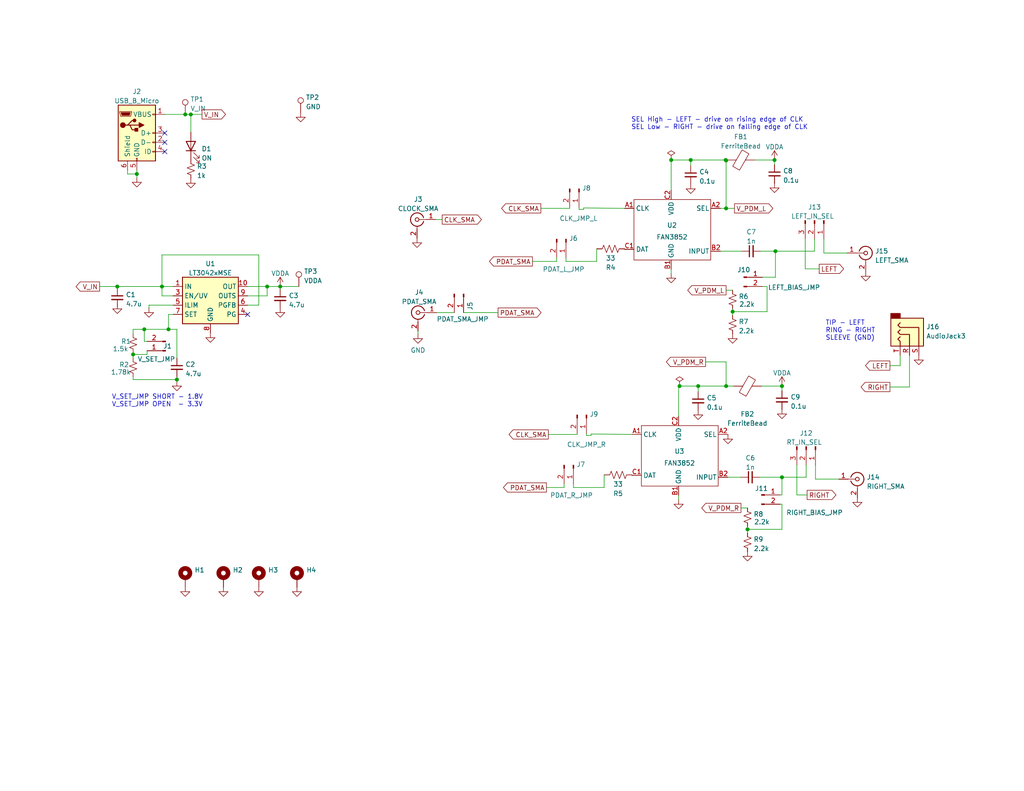
<source format=kicad_sch>
(kicad_sch (version 20211123) (generator eeschema)

  (uuid a37aa3a4-f4f9-4570-b025-7d8d31dda37d)

  (paper "USLetter")

  (title_block
    (title "FAN3852 ADC BOARD")
    (date "2022-12-19")
    (rev "A")
  )

  (lib_symbols
    (symbol "Connector:AudioJack3" (in_bom yes) (on_board yes)
      (property "Reference" "J" (id 0) (at 0 8.89 0)
        (effects (font (size 1.27 1.27)))
      )
      (property "Value" "AudioJack3" (id 1) (at 0 6.35 0)
        (effects (font (size 1.27 1.27)))
      )
      (property "Footprint" "" (id 2) (at 0 0 0)
        (effects (font (size 1.27 1.27)) hide)
      )
      (property "Datasheet" "~" (id 3) (at 0 0 0)
        (effects (font (size 1.27 1.27)) hide)
      )
      (property "ki_keywords" "audio jack receptacle stereo headphones phones TRS connector" (id 4) (at 0 0 0)
        (effects (font (size 1.27 1.27)) hide)
      )
      (property "ki_description" "Audio Jack, 3 Poles (Stereo / TRS)" (id 5) (at 0 0 0)
        (effects (font (size 1.27 1.27)) hide)
      )
      (property "ki_fp_filters" "Jack*" (id 6) (at 0 0 0)
        (effects (font (size 1.27 1.27)) hide)
      )
      (symbol "AudioJack3_0_1"
        (rectangle (start -5.08 -5.08) (end -6.35 -2.54)
          (stroke (width 0.254) (type default) (color 0 0 0 0))
          (fill (type outline))
        )
        (polyline
          (pts
            (xy 0 -2.54)
            (xy 0.635 -3.175)
            (xy 1.27 -2.54)
            (xy 2.54 -2.54)
          )
          (stroke (width 0.254) (type default) (color 0 0 0 0))
          (fill (type none))
        )
        (polyline
          (pts
            (xy -1.905 -2.54)
            (xy -1.27 -3.175)
            (xy -0.635 -2.54)
            (xy -0.635 0)
            (xy 2.54 0)
          )
          (stroke (width 0.254) (type default) (color 0 0 0 0))
          (fill (type none))
        )
        (polyline
          (pts
            (xy 2.54 2.54)
            (xy -2.54 2.54)
            (xy -2.54 -2.54)
            (xy -3.175 -3.175)
            (xy -3.81 -2.54)
          )
          (stroke (width 0.254) (type default) (color 0 0 0 0))
          (fill (type none))
        )
        (rectangle (start 2.54 3.81) (end -5.08 -5.08)
          (stroke (width 0.254) (type default) (color 0 0 0 0))
          (fill (type background))
        )
      )
      (symbol "AudioJack3_1_1"
        (pin passive line (at 5.08 0 180) (length 2.54)
          (name "~" (effects (font (size 1.27 1.27))))
          (number "R" (effects (font (size 1.27 1.27))))
        )
        (pin passive line (at 5.08 2.54 180) (length 2.54)
          (name "~" (effects (font (size 1.27 1.27))))
          (number "S" (effects (font (size 1.27 1.27))))
        )
        (pin passive line (at 5.08 -2.54 180) (length 2.54)
          (name "~" (effects (font (size 1.27 1.27))))
          (number "T" (effects (font (size 1.27 1.27))))
        )
      )
    )
    (symbol "Connector:Conn_01x02_Male" (pin_names (offset 1.016) hide) (in_bom yes) (on_board yes)
      (property "Reference" "J" (id 0) (at 0 2.54 0)
        (effects (font (size 1.27 1.27)))
      )
      (property "Value" "Conn_01x02_Male" (id 1) (at 0 -5.08 0)
        (effects (font (size 1.27 1.27)))
      )
      (property "Footprint" "" (id 2) (at 0 0 0)
        (effects (font (size 1.27 1.27)) hide)
      )
      (property "Datasheet" "~" (id 3) (at 0 0 0)
        (effects (font (size 1.27 1.27)) hide)
      )
      (property "ki_keywords" "connector" (id 4) (at 0 0 0)
        (effects (font (size 1.27 1.27)) hide)
      )
      (property "ki_description" "Generic connector, single row, 01x02, script generated (kicad-library-utils/schlib/autogen/connector/)" (id 5) (at 0 0 0)
        (effects (font (size 1.27 1.27)) hide)
      )
      (property "ki_fp_filters" "Connector*:*_1x??_*" (id 6) (at 0 0 0)
        (effects (font (size 1.27 1.27)) hide)
      )
      (symbol "Conn_01x02_Male_1_1"
        (polyline
          (pts
            (xy 1.27 -2.54)
            (xy 0.8636 -2.54)
          )
          (stroke (width 0.1524) (type default) (color 0 0 0 0))
          (fill (type none))
        )
        (polyline
          (pts
            (xy 1.27 0)
            (xy 0.8636 0)
          )
          (stroke (width 0.1524) (type default) (color 0 0 0 0))
          (fill (type none))
        )
        (rectangle (start 0.8636 -2.413) (end 0 -2.667)
          (stroke (width 0.1524) (type default) (color 0 0 0 0))
          (fill (type outline))
        )
        (rectangle (start 0.8636 0.127) (end 0 -0.127)
          (stroke (width 0.1524) (type default) (color 0 0 0 0))
          (fill (type outline))
        )
        (pin passive line (at 5.08 0 180) (length 3.81)
          (name "Pin_1" (effects (font (size 1.27 1.27))))
          (number "1" (effects (font (size 1.27 1.27))))
        )
        (pin passive line (at 5.08 -2.54 180) (length 3.81)
          (name "Pin_2" (effects (font (size 1.27 1.27))))
          (number "2" (effects (font (size 1.27 1.27))))
        )
      )
    )
    (symbol "Connector:Conn_01x03_Male" (pin_names (offset 1.016) hide) (in_bom yes) (on_board yes)
      (property "Reference" "J" (id 0) (at 0 5.08 0)
        (effects (font (size 1.27 1.27)))
      )
      (property "Value" "Conn_01x03_Male" (id 1) (at 0 -5.08 0)
        (effects (font (size 1.27 1.27)))
      )
      (property "Footprint" "" (id 2) (at 0 0 0)
        (effects (font (size 1.27 1.27)) hide)
      )
      (property "Datasheet" "~" (id 3) (at 0 0 0)
        (effects (font (size 1.27 1.27)) hide)
      )
      (property "ki_keywords" "connector" (id 4) (at 0 0 0)
        (effects (font (size 1.27 1.27)) hide)
      )
      (property "ki_description" "Generic connector, single row, 01x03, script generated (kicad-library-utils/schlib/autogen/connector/)" (id 5) (at 0 0 0)
        (effects (font (size 1.27 1.27)) hide)
      )
      (property "ki_fp_filters" "Connector*:*_1x??_*" (id 6) (at 0 0 0)
        (effects (font (size 1.27 1.27)) hide)
      )
      (symbol "Conn_01x03_Male_1_1"
        (polyline
          (pts
            (xy 1.27 -2.54)
            (xy 0.8636 -2.54)
          )
          (stroke (width 0.1524) (type default) (color 0 0 0 0))
          (fill (type none))
        )
        (polyline
          (pts
            (xy 1.27 0)
            (xy 0.8636 0)
          )
          (stroke (width 0.1524) (type default) (color 0 0 0 0))
          (fill (type none))
        )
        (polyline
          (pts
            (xy 1.27 2.54)
            (xy 0.8636 2.54)
          )
          (stroke (width 0.1524) (type default) (color 0 0 0 0))
          (fill (type none))
        )
        (rectangle (start 0.8636 -2.413) (end 0 -2.667)
          (stroke (width 0.1524) (type default) (color 0 0 0 0))
          (fill (type outline))
        )
        (rectangle (start 0.8636 0.127) (end 0 -0.127)
          (stroke (width 0.1524) (type default) (color 0 0 0 0))
          (fill (type outline))
        )
        (rectangle (start 0.8636 2.667) (end 0 2.413)
          (stroke (width 0.1524) (type default) (color 0 0 0 0))
          (fill (type outline))
        )
        (pin passive line (at 5.08 2.54 180) (length 3.81)
          (name "Pin_1" (effects (font (size 1.27 1.27))))
          (number "1" (effects (font (size 1.27 1.27))))
        )
        (pin passive line (at 5.08 0 180) (length 3.81)
          (name "Pin_2" (effects (font (size 1.27 1.27))))
          (number "2" (effects (font (size 1.27 1.27))))
        )
        (pin passive line (at 5.08 -2.54 180) (length 3.81)
          (name "Pin_3" (effects (font (size 1.27 1.27))))
          (number "3" (effects (font (size 1.27 1.27))))
        )
      )
    )
    (symbol "Connector:Conn_Coaxial" (pin_names (offset 1.016) hide) (in_bom yes) (on_board yes)
      (property "Reference" "J" (id 0) (at 0.254 3.048 0)
        (effects (font (size 1.27 1.27)))
      )
      (property "Value" "Conn_Coaxial" (id 1) (at 2.921 0 90)
        (effects (font (size 1.27 1.27)))
      )
      (property "Footprint" "" (id 2) (at 0 0 0)
        (effects (font (size 1.27 1.27)) hide)
      )
      (property "Datasheet" " ~" (id 3) (at 0 0 0)
        (effects (font (size 1.27 1.27)) hide)
      )
      (property "ki_keywords" "BNC SMA SMB SMC LEMO coaxial connector CINCH RCA" (id 4) (at 0 0 0)
        (effects (font (size 1.27 1.27)) hide)
      )
      (property "ki_description" "coaxial connector (BNC, SMA, SMB, SMC, Cinch/RCA, LEMO, ...)" (id 5) (at 0 0 0)
        (effects (font (size 1.27 1.27)) hide)
      )
      (property "ki_fp_filters" "*BNC* *SMA* *SMB* *SMC* *Cinch* *LEMO*" (id 6) (at 0 0 0)
        (effects (font (size 1.27 1.27)) hide)
      )
      (symbol "Conn_Coaxial_0_1"
        (arc (start -1.778 -0.508) (mid 0.2311 -1.8066) (end 1.778 0)
          (stroke (width 0.254) (type default) (color 0 0 0 0))
          (fill (type none))
        )
        (polyline
          (pts
            (xy -2.54 0)
            (xy -0.508 0)
          )
          (stroke (width 0) (type default) (color 0 0 0 0))
          (fill (type none))
        )
        (polyline
          (pts
            (xy 0 -2.54)
            (xy 0 -1.778)
          )
          (stroke (width 0) (type default) (color 0 0 0 0))
          (fill (type none))
        )
        (circle (center 0 0) (radius 0.508)
          (stroke (width 0.2032) (type default) (color 0 0 0 0))
          (fill (type none))
        )
        (arc (start 1.778 0) (mid 0.2099 1.8101) (end -1.778 0.508)
          (stroke (width 0.254) (type default) (color 0 0 0 0))
          (fill (type none))
        )
      )
      (symbol "Conn_Coaxial_1_1"
        (pin passive line (at -5.08 0 0) (length 2.54)
          (name "In" (effects (font (size 1.27 1.27))))
          (number "1" (effects (font (size 1.27 1.27))))
        )
        (pin passive line (at 0 -5.08 90) (length 2.54)
          (name "Ext" (effects (font (size 1.27 1.27))))
          (number "2" (effects (font (size 1.27 1.27))))
        )
      )
    )
    (symbol "Connector:TestPoint" (pin_numbers hide) (pin_names (offset 0.762) hide) (in_bom yes) (on_board yes)
      (property "Reference" "TP" (id 0) (at 0 6.858 0)
        (effects (font (size 1.27 1.27)))
      )
      (property "Value" "TestPoint" (id 1) (at 0 5.08 0)
        (effects (font (size 1.27 1.27)))
      )
      (property "Footprint" "" (id 2) (at 5.08 0 0)
        (effects (font (size 1.27 1.27)) hide)
      )
      (property "Datasheet" "~" (id 3) (at 5.08 0 0)
        (effects (font (size 1.27 1.27)) hide)
      )
      (property "ki_keywords" "test point tp" (id 4) (at 0 0 0)
        (effects (font (size 1.27 1.27)) hide)
      )
      (property "ki_description" "test point" (id 5) (at 0 0 0)
        (effects (font (size 1.27 1.27)) hide)
      )
      (property "ki_fp_filters" "Pin* Test*" (id 6) (at 0 0 0)
        (effects (font (size 1.27 1.27)) hide)
      )
      (symbol "TestPoint_0_1"
        (circle (center 0 3.302) (radius 0.762)
          (stroke (width 0) (type default) (color 0 0 0 0))
          (fill (type none))
        )
      )
      (symbol "TestPoint_1_1"
        (pin passive line (at 0 0 90) (length 2.54)
          (name "1" (effects (font (size 1.27 1.27))))
          (number "1" (effects (font (size 1.27 1.27))))
        )
      )
    )
    (symbol "Connector:USB_B_Micro" (pin_names (offset 1.016)) (in_bom yes) (on_board yes)
      (property "Reference" "J" (id 0) (at -5.08 11.43 0)
        (effects (font (size 1.27 1.27)) (justify left))
      )
      (property "Value" "USB_B_Micro" (id 1) (at -5.08 8.89 0)
        (effects (font (size 1.27 1.27)) (justify left))
      )
      (property "Footprint" "" (id 2) (at 3.81 -1.27 0)
        (effects (font (size 1.27 1.27)) hide)
      )
      (property "Datasheet" "~" (id 3) (at 3.81 -1.27 0)
        (effects (font (size 1.27 1.27)) hide)
      )
      (property "ki_keywords" "connector USB micro" (id 4) (at 0 0 0)
        (effects (font (size 1.27 1.27)) hide)
      )
      (property "ki_description" "USB Micro Type B connector" (id 5) (at 0 0 0)
        (effects (font (size 1.27 1.27)) hide)
      )
      (property "ki_fp_filters" "USB*" (id 6) (at 0 0 0)
        (effects (font (size 1.27 1.27)) hide)
      )
      (symbol "USB_B_Micro_0_1"
        (rectangle (start -5.08 -7.62) (end 5.08 7.62)
          (stroke (width 0.254) (type default) (color 0 0 0 0))
          (fill (type background))
        )
        (circle (center -3.81 2.159) (radius 0.635)
          (stroke (width 0.254) (type default) (color 0 0 0 0))
          (fill (type outline))
        )
        (circle (center -0.635 3.429) (radius 0.381)
          (stroke (width 0.254) (type default) (color 0 0 0 0))
          (fill (type outline))
        )
        (rectangle (start -0.127 -7.62) (end 0.127 -6.858)
          (stroke (width 0) (type default) (color 0 0 0 0))
          (fill (type none))
        )
        (polyline
          (pts
            (xy -1.905 2.159)
            (xy 0.635 2.159)
          )
          (stroke (width 0.254) (type default) (color 0 0 0 0))
          (fill (type none))
        )
        (polyline
          (pts
            (xy -3.175 2.159)
            (xy -2.54 2.159)
            (xy -1.27 3.429)
            (xy -0.635 3.429)
          )
          (stroke (width 0.254) (type default) (color 0 0 0 0))
          (fill (type none))
        )
        (polyline
          (pts
            (xy -2.54 2.159)
            (xy -1.905 2.159)
            (xy -1.27 0.889)
            (xy 0 0.889)
          )
          (stroke (width 0.254) (type default) (color 0 0 0 0))
          (fill (type none))
        )
        (polyline
          (pts
            (xy 0.635 2.794)
            (xy 0.635 1.524)
            (xy 1.905 2.159)
            (xy 0.635 2.794)
          )
          (stroke (width 0.254) (type default) (color 0 0 0 0))
          (fill (type outline))
        )
        (polyline
          (pts
            (xy -4.318 5.588)
            (xy -1.778 5.588)
            (xy -2.032 4.826)
            (xy -4.064 4.826)
            (xy -4.318 5.588)
          )
          (stroke (width 0) (type default) (color 0 0 0 0))
          (fill (type outline))
        )
        (polyline
          (pts
            (xy -4.699 5.842)
            (xy -4.699 5.588)
            (xy -4.445 4.826)
            (xy -4.445 4.572)
            (xy -1.651 4.572)
            (xy -1.651 4.826)
            (xy -1.397 5.588)
            (xy -1.397 5.842)
            (xy -4.699 5.842)
          )
          (stroke (width 0) (type default) (color 0 0 0 0))
          (fill (type none))
        )
        (rectangle (start 0.254 1.27) (end -0.508 0.508)
          (stroke (width 0.254) (type default) (color 0 0 0 0))
          (fill (type outline))
        )
        (rectangle (start 5.08 -5.207) (end 4.318 -4.953)
          (stroke (width 0) (type default) (color 0 0 0 0))
          (fill (type none))
        )
        (rectangle (start 5.08 -2.667) (end 4.318 -2.413)
          (stroke (width 0) (type default) (color 0 0 0 0))
          (fill (type none))
        )
        (rectangle (start 5.08 -0.127) (end 4.318 0.127)
          (stroke (width 0) (type default) (color 0 0 0 0))
          (fill (type none))
        )
        (rectangle (start 5.08 4.953) (end 4.318 5.207)
          (stroke (width 0) (type default) (color 0 0 0 0))
          (fill (type none))
        )
      )
      (symbol "USB_B_Micro_1_1"
        (pin power_out line (at 7.62 5.08 180) (length 2.54)
          (name "VBUS" (effects (font (size 1.27 1.27))))
          (number "1" (effects (font (size 1.27 1.27))))
        )
        (pin bidirectional line (at 7.62 -2.54 180) (length 2.54)
          (name "D-" (effects (font (size 1.27 1.27))))
          (number "2" (effects (font (size 1.27 1.27))))
        )
        (pin bidirectional line (at 7.62 0 180) (length 2.54)
          (name "D+" (effects (font (size 1.27 1.27))))
          (number "3" (effects (font (size 1.27 1.27))))
        )
        (pin passive line (at 7.62 -5.08 180) (length 2.54)
          (name "ID" (effects (font (size 1.27 1.27))))
          (number "4" (effects (font (size 1.27 1.27))))
        )
        (pin power_out line (at 0 -10.16 90) (length 2.54)
          (name "GND" (effects (font (size 1.27 1.27))))
          (number "5" (effects (font (size 1.27 1.27))))
        )
        (pin passive line (at -2.54 -10.16 90) (length 2.54)
          (name "Shield" (effects (font (size 1.27 1.27))))
          (number "6" (effects (font (size 1.27 1.27))))
        )
      )
    )
    (symbol "Device:C_Small" (pin_numbers hide) (pin_names (offset 0.254) hide) (in_bom yes) (on_board yes)
      (property "Reference" "C" (id 0) (at 0.254 1.778 0)
        (effects (font (size 1.27 1.27)) (justify left))
      )
      (property "Value" "C_Small" (id 1) (at 0.254 -2.032 0)
        (effects (font (size 1.27 1.27)) (justify left))
      )
      (property "Footprint" "" (id 2) (at 0 0 0)
        (effects (font (size 1.27 1.27)) hide)
      )
      (property "Datasheet" "~" (id 3) (at 0 0 0)
        (effects (font (size 1.27 1.27)) hide)
      )
      (property "ki_keywords" "capacitor cap" (id 4) (at 0 0 0)
        (effects (font (size 1.27 1.27)) hide)
      )
      (property "ki_description" "Unpolarized capacitor, small symbol" (id 5) (at 0 0 0)
        (effects (font (size 1.27 1.27)) hide)
      )
      (property "ki_fp_filters" "C_*" (id 6) (at 0 0 0)
        (effects (font (size 1.27 1.27)) hide)
      )
      (symbol "C_Small_0_1"
        (polyline
          (pts
            (xy -1.524 -0.508)
            (xy 1.524 -0.508)
          )
          (stroke (width 0.3302) (type default) (color 0 0 0 0))
          (fill (type none))
        )
        (polyline
          (pts
            (xy -1.524 0.508)
            (xy 1.524 0.508)
          )
          (stroke (width 0.3048) (type default) (color 0 0 0 0))
          (fill (type none))
        )
      )
      (symbol "C_Small_1_1"
        (pin passive line (at 0 2.54 270) (length 2.032)
          (name "~" (effects (font (size 1.27 1.27))))
          (number "1" (effects (font (size 1.27 1.27))))
        )
        (pin passive line (at 0 -2.54 90) (length 2.032)
          (name "~" (effects (font (size 1.27 1.27))))
          (number "2" (effects (font (size 1.27 1.27))))
        )
      )
    )
    (symbol "Device:FerriteBead" (pin_numbers hide) (pin_names (offset 0)) (in_bom yes) (on_board yes)
      (property "Reference" "FB" (id 0) (at -3.81 0.635 90)
        (effects (font (size 1.27 1.27)))
      )
      (property "Value" "FerriteBead" (id 1) (at 3.81 0 90)
        (effects (font (size 1.27 1.27)))
      )
      (property "Footprint" "" (id 2) (at -1.778 0 90)
        (effects (font (size 1.27 1.27)) hide)
      )
      (property "Datasheet" "~" (id 3) (at 0 0 0)
        (effects (font (size 1.27 1.27)) hide)
      )
      (property "ki_keywords" "L ferrite bead inductor filter" (id 4) (at 0 0 0)
        (effects (font (size 1.27 1.27)) hide)
      )
      (property "ki_description" "Ferrite bead" (id 5) (at 0 0 0)
        (effects (font (size 1.27 1.27)) hide)
      )
      (property "ki_fp_filters" "Inductor_* L_* *Ferrite*" (id 6) (at 0 0 0)
        (effects (font (size 1.27 1.27)) hide)
      )
      (symbol "FerriteBead_0_1"
        (polyline
          (pts
            (xy 0 -1.27)
            (xy 0 -1.2192)
          )
          (stroke (width 0) (type default) (color 0 0 0 0))
          (fill (type none))
        )
        (polyline
          (pts
            (xy 0 1.27)
            (xy 0 1.2954)
          )
          (stroke (width 0) (type default) (color 0 0 0 0))
          (fill (type none))
        )
        (polyline
          (pts
            (xy -2.7686 0.4064)
            (xy -1.7018 2.2606)
            (xy 2.7686 -0.3048)
            (xy 1.6764 -2.159)
            (xy -2.7686 0.4064)
          )
          (stroke (width 0) (type default) (color 0 0 0 0))
          (fill (type none))
        )
      )
      (symbol "FerriteBead_1_1"
        (pin passive line (at 0 3.81 270) (length 2.54)
          (name "~" (effects (font (size 1.27 1.27))))
          (number "1" (effects (font (size 1.27 1.27))))
        )
        (pin passive line (at 0 -3.81 90) (length 2.54)
          (name "~" (effects (font (size 1.27 1.27))))
          (number "2" (effects (font (size 1.27 1.27))))
        )
      )
    )
    (symbol "Device:LED" (pin_numbers hide) (pin_names (offset 1.016) hide) (in_bom yes) (on_board yes)
      (property "Reference" "D" (id 0) (at 0 2.54 0)
        (effects (font (size 1.27 1.27)))
      )
      (property "Value" "LED" (id 1) (at 0 -2.54 0)
        (effects (font (size 1.27 1.27)))
      )
      (property "Footprint" "" (id 2) (at 0 0 0)
        (effects (font (size 1.27 1.27)) hide)
      )
      (property "Datasheet" "~" (id 3) (at 0 0 0)
        (effects (font (size 1.27 1.27)) hide)
      )
      (property "ki_keywords" "LED diode" (id 4) (at 0 0 0)
        (effects (font (size 1.27 1.27)) hide)
      )
      (property "ki_description" "Light emitting diode" (id 5) (at 0 0 0)
        (effects (font (size 1.27 1.27)) hide)
      )
      (property "ki_fp_filters" "LED* LED_SMD:* LED_THT:*" (id 6) (at 0 0 0)
        (effects (font (size 1.27 1.27)) hide)
      )
      (symbol "LED_0_1"
        (polyline
          (pts
            (xy -1.27 -1.27)
            (xy -1.27 1.27)
          )
          (stroke (width 0.254) (type default) (color 0 0 0 0))
          (fill (type none))
        )
        (polyline
          (pts
            (xy -1.27 0)
            (xy 1.27 0)
          )
          (stroke (width 0) (type default) (color 0 0 0 0))
          (fill (type none))
        )
        (polyline
          (pts
            (xy 1.27 -1.27)
            (xy 1.27 1.27)
            (xy -1.27 0)
            (xy 1.27 -1.27)
          )
          (stroke (width 0.254) (type default) (color 0 0 0 0))
          (fill (type none))
        )
        (polyline
          (pts
            (xy -3.048 -0.762)
            (xy -4.572 -2.286)
            (xy -3.81 -2.286)
            (xy -4.572 -2.286)
            (xy -4.572 -1.524)
          )
          (stroke (width 0) (type default) (color 0 0 0 0))
          (fill (type none))
        )
        (polyline
          (pts
            (xy -1.778 -0.762)
            (xy -3.302 -2.286)
            (xy -2.54 -2.286)
            (xy -3.302 -2.286)
            (xy -3.302 -1.524)
          )
          (stroke (width 0) (type default) (color 0 0 0 0))
          (fill (type none))
        )
      )
      (symbol "LED_1_1"
        (pin passive line (at -3.81 0 0) (length 2.54)
          (name "K" (effects (font (size 1.27 1.27))))
          (number "1" (effects (font (size 1.27 1.27))))
        )
        (pin passive line (at 3.81 0 180) (length 2.54)
          (name "A" (effects (font (size 1.27 1.27))))
          (number "2" (effects (font (size 1.27 1.27))))
        )
      )
    )
    (symbol "Device:R_Small_US" (pin_numbers hide) (pin_names (offset 0.254) hide) (in_bom yes) (on_board yes)
      (property "Reference" "R" (id 0) (at 0.762 0.508 0)
        (effects (font (size 1.27 1.27)) (justify left))
      )
      (property "Value" "R_Small_US" (id 1) (at 0.762 -1.016 0)
        (effects (font (size 1.27 1.27)) (justify left))
      )
      (property "Footprint" "" (id 2) (at 0 0 0)
        (effects (font (size 1.27 1.27)) hide)
      )
      (property "Datasheet" "~" (id 3) (at 0 0 0)
        (effects (font (size 1.27 1.27)) hide)
      )
      (property "ki_keywords" "r resistor" (id 4) (at 0 0 0)
        (effects (font (size 1.27 1.27)) hide)
      )
      (property "ki_description" "Resistor, small US symbol" (id 5) (at 0 0 0)
        (effects (font (size 1.27 1.27)) hide)
      )
      (property "ki_fp_filters" "R_*" (id 6) (at 0 0 0)
        (effects (font (size 1.27 1.27)) hide)
      )
      (symbol "R_Small_US_1_1"
        (polyline
          (pts
            (xy 0 0)
            (xy 1.016 -0.381)
            (xy 0 -0.762)
            (xy -1.016 -1.143)
            (xy 0 -1.524)
          )
          (stroke (width 0) (type default) (color 0 0 0 0))
          (fill (type none))
        )
        (polyline
          (pts
            (xy 0 1.524)
            (xy 1.016 1.143)
            (xy 0 0.762)
            (xy -1.016 0.381)
            (xy 0 0)
          )
          (stroke (width 0) (type default) (color 0 0 0 0))
          (fill (type none))
        )
        (pin passive line (at 0 2.54 270) (length 1.016)
          (name "~" (effects (font (size 1.27 1.27))))
          (number "1" (effects (font (size 1.27 1.27))))
        )
        (pin passive line (at 0 -2.54 90) (length 1.016)
          (name "~" (effects (font (size 1.27 1.27))))
          (number "2" (effects (font (size 1.27 1.27))))
        )
      )
    )
    (symbol "Device:R_US" (pin_numbers hide) (pin_names (offset 0)) (in_bom yes) (on_board yes)
      (property "Reference" "R" (id 0) (at 2.54 0 90)
        (effects (font (size 1.27 1.27)))
      )
      (property "Value" "R_US" (id 1) (at -2.54 0 90)
        (effects (font (size 1.27 1.27)))
      )
      (property "Footprint" "" (id 2) (at 1.016 -0.254 90)
        (effects (font (size 1.27 1.27)) hide)
      )
      (property "Datasheet" "~" (id 3) (at 0 0 0)
        (effects (font (size 1.27 1.27)) hide)
      )
      (property "ki_keywords" "R res resistor" (id 4) (at 0 0 0)
        (effects (font (size 1.27 1.27)) hide)
      )
      (property "ki_description" "Resistor, US symbol" (id 5) (at 0 0 0)
        (effects (font (size 1.27 1.27)) hide)
      )
      (property "ki_fp_filters" "R_*" (id 6) (at 0 0 0)
        (effects (font (size 1.27 1.27)) hide)
      )
      (symbol "R_US_0_1"
        (polyline
          (pts
            (xy 0 -2.286)
            (xy 0 -2.54)
          )
          (stroke (width 0) (type default) (color 0 0 0 0))
          (fill (type none))
        )
        (polyline
          (pts
            (xy 0 2.286)
            (xy 0 2.54)
          )
          (stroke (width 0) (type default) (color 0 0 0 0))
          (fill (type none))
        )
        (polyline
          (pts
            (xy 0 -0.762)
            (xy 1.016 -1.143)
            (xy 0 -1.524)
            (xy -1.016 -1.905)
            (xy 0 -2.286)
          )
          (stroke (width 0) (type default) (color 0 0 0 0))
          (fill (type none))
        )
        (polyline
          (pts
            (xy 0 0.762)
            (xy 1.016 0.381)
            (xy 0 0)
            (xy -1.016 -0.381)
            (xy 0 -0.762)
          )
          (stroke (width 0) (type default) (color 0 0 0 0))
          (fill (type none))
        )
        (polyline
          (pts
            (xy 0 2.286)
            (xy 1.016 1.905)
            (xy 0 1.524)
            (xy -1.016 1.143)
            (xy 0 0.762)
          )
          (stroke (width 0) (type default) (color 0 0 0 0))
          (fill (type none))
        )
      )
      (symbol "R_US_1_1"
        (pin passive line (at 0 3.81 270) (length 1.27)
          (name "~" (effects (font (size 1.27 1.27))))
          (number "1" (effects (font (size 1.27 1.27))))
        )
        (pin passive line (at 0 -3.81 90) (length 1.27)
          (name "~" (effects (font (size 1.27 1.27))))
          (number "2" (effects (font (size 1.27 1.27))))
        )
      )
    )
    (symbol "GND_1" (power) (pin_numbers hide) (pin_names (offset 0) hide) (in_bom yes) (on_board yes)
      (property "Reference" "#PWR" (id 0) (at 0 -6.35 0)
        (effects (font (size 1.27 1.27)) hide)
      )
      (property "Value" "GND_1" (id 1) (at 0 -3.81 0)
        (effects (font (size 1.27 1.27)))
      )
      (property "Footprint" "" (id 2) (at 0 0 0)
        (effects (font (size 1.27 1.27)) hide)
      )
      (property "Datasheet" "" (id 3) (at 0 0 0)
        (effects (font (size 1.27 1.27)) hide)
      )
      (property "ki_keywords" "power-flag" (id 4) (at 0 0 0)
        (effects (font (size 1.27 1.27)) hide)
      )
      (property "ki_description" "Power symbol creates a global label with name \"GND\" , ground" (id 5) (at 0 0 0)
        (effects (font (size 1.27 1.27)) hide)
      )
      (symbol "GND_1_0_1"
        (polyline
          (pts
            (xy 0 0)
            (xy 0 -1.27)
            (xy 1.27 -1.27)
            (xy 0 -2.54)
            (xy -1.27 -1.27)
            (xy 0 -1.27)
          )
          (stroke (width 0) (type default) (color 0 0 0 0))
          (fill (type none))
        )
      )
      (symbol "GND_1_1_1"
        (pin power_in line (at 0 0 270) (length 0) hide
          (name "GND" (effects (font (size 1.27 1.27))))
          (number "1" (effects (font (size 1.27 1.27))))
        )
      )
    )
    (symbol "GND_2" (power) (pin_numbers hide) (pin_names (offset 0) hide) (in_bom yes) (on_board yes)
      (property "Reference" "#PWR" (id 0) (at 0 -6.35 0)
        (effects (font (size 1.27 1.27)) hide)
      )
      (property "Value" "GND_2" (id 1) (at 0 -3.81 0)
        (effects (font (size 1.27 1.27)))
      )
      (property "Footprint" "" (id 2) (at 0 0 0)
        (effects (font (size 1.27 1.27)) hide)
      )
      (property "Datasheet" "" (id 3) (at 0 0 0)
        (effects (font (size 1.27 1.27)) hide)
      )
      (property "ki_keywords" "power-flag" (id 4) (at 0 0 0)
        (effects (font (size 1.27 1.27)) hide)
      )
      (property "ki_description" "Power symbol creates a global label with name \"GND\" , ground" (id 5) (at 0 0 0)
        (effects (font (size 1.27 1.27)) hide)
      )
      (symbol "GND_2_0_1"
        (polyline
          (pts
            (xy 0 0)
            (xy 0 -1.27)
            (xy 1.27 -1.27)
            (xy 0 -2.54)
            (xy -1.27 -1.27)
            (xy 0 -1.27)
          )
          (stroke (width 0) (type default) (color 0 0 0 0))
          (fill (type none))
        )
      )
      (symbol "GND_2_1_1"
        (pin power_in line (at 0 0 270) (length 0) hide
          (name "GND" (effects (font (size 1.27 1.27))))
          (number "1" (effects (font (size 1.27 1.27))))
        )
      )
    )
    (symbol "Mechanical:MountingHole_Pad" (pin_numbers hide) (pin_names (offset 1.016) hide) (in_bom yes) (on_board yes)
      (property "Reference" "H" (id 0) (at 0 6.35 0)
        (effects (font (size 1.27 1.27)))
      )
      (property "Value" "MountingHole_Pad" (id 1) (at 0 4.445 0)
        (effects (font (size 1.27 1.27)))
      )
      (property "Footprint" "" (id 2) (at 0 0 0)
        (effects (font (size 1.27 1.27)) hide)
      )
      (property "Datasheet" "~" (id 3) (at 0 0 0)
        (effects (font (size 1.27 1.27)) hide)
      )
      (property "ki_keywords" "mounting hole" (id 4) (at 0 0 0)
        (effects (font (size 1.27 1.27)) hide)
      )
      (property "ki_description" "Mounting Hole with connection" (id 5) (at 0 0 0)
        (effects (font (size 1.27 1.27)) hide)
      )
      (property "ki_fp_filters" "MountingHole*Pad*" (id 6) (at 0 0 0)
        (effects (font (size 1.27 1.27)) hide)
      )
      (symbol "MountingHole_Pad_0_1"
        (circle (center 0 1.27) (radius 1.27)
          (stroke (width 1.27) (type default) (color 0 0 0 0))
          (fill (type none))
        )
      )
      (symbol "MountingHole_Pad_1_1"
        (pin input line (at 0 -2.54 90) (length 2.54)
          (name "1" (effects (font (size 1.27 1.27))))
          (number "1" (effects (font (size 1.27 1.27))))
        )
      )
    )
    (symbol "Regulator_Linear:LT3042xMSE" (in_bom yes) (on_board yes)
      (property "Reference" "U" (id 0) (at -6.35 6.35 0)
        (effects (font (size 1.27 1.27)))
      )
      (property "Value" "LT3042xMSE" (id 1) (at 1.27 6.35 0)
        (effects (font (size 1.27 1.27)) (justify left))
      )
      (property "Footprint" "Package_SO:MSOP-10-1EP_3x3mm_P0.5mm_EP1.68x1.88mm" (id 2) (at 0 8.255 0)
        (effects (font (size 1.27 1.27)) hide)
      )
      (property "Datasheet" "https://www.analog.com/media/en/technical-documentation/data-sheets/3042fb.pdf" (id 3) (at 0 0 0)
        (effects (font (size 1.27 1.27)) hide)
      )
      (property "ki_keywords" "linear voltage regulator low-noise" (id 4) (at 0 0 0)
        (effects (font (size 1.27 1.27)) hide)
      )
      (property "ki_description" "200mA, Adjustable, Ultralow Noise, Ultrahigh PSRR RF Linear Regulator, MSOP-10" (id 5) (at 0 0 0)
        (effects (font (size 1.27 1.27)) hide)
      )
      (property "ki_fp_filters" "MSOP*1EP*3x3mm*P0.5mm*" (id 6) (at 0 0 0)
        (effects (font (size 1.27 1.27)) hide)
      )
      (symbol "LT3042xMSE_0_1"
        (rectangle (start -7.62 5.08) (end 7.62 -7.62)
          (stroke (width 0.254) (type default) (color 0 0 0 0))
          (fill (type background))
        )
      )
      (symbol "LT3042xMSE_1_1"
        (pin power_in line (at -10.16 2.54 0) (length 2.54)
          (name "IN" (effects (font (size 1.27 1.27))))
          (number "1" (effects (font (size 1.27 1.27))))
        )
        (pin power_out line (at 10.16 2.54 180) (length 2.54)
          (name "OUT" (effects (font (size 1.27 1.27))))
          (number "10" (effects (font (size 1.27 1.27))))
        )
        (pin passive line (at 0 -10.16 90) (length 2.54) hide
          (name "GND" (effects (font (size 1.27 1.27))))
          (number "11" (effects (font (size 1.27 1.27))))
        )
        (pin passive line (at -10.16 2.54 0) (length 2.54) hide
          (name "IN" (effects (font (size 1.27 1.27))))
          (number "2" (effects (font (size 1.27 1.27))))
        )
        (pin input line (at -10.16 0 0) (length 2.54)
          (name "EN/UV" (effects (font (size 1.27 1.27))))
          (number "3" (effects (font (size 1.27 1.27))))
        )
        (pin open_collector line (at 10.16 -5.08 180) (length 2.54)
          (name "PG" (effects (font (size 1.27 1.27))))
          (number "4" (effects (font (size 1.27 1.27))))
        )
        (pin passive line (at -10.16 -2.54 0) (length 2.54)
          (name "ILIM" (effects (font (size 1.27 1.27))))
          (number "5" (effects (font (size 1.27 1.27))))
        )
        (pin input line (at 10.16 -2.54 180) (length 2.54)
          (name "PGFB" (effects (font (size 1.27 1.27))))
          (number "6" (effects (font (size 1.27 1.27))))
        )
        (pin passive line (at -10.16 -5.08 0) (length 2.54)
          (name "SET" (effects (font (size 1.27 1.27))))
          (number "7" (effects (font (size 1.27 1.27))))
        )
        (pin power_in line (at 0 -10.16 90) (length 2.54)
          (name "GND" (effects (font (size 1.27 1.27))))
          (number "8" (effects (font (size 1.27 1.27))))
        )
        (pin input line (at 10.16 0 180) (length 2.54)
          (name "OUTS" (effects (font (size 1.27 1.27))))
          (number "9" (effects (font (size 1.27 1.27))))
        )
      )
    )
    (symbol "power:GND" (power) (pin_numbers hide) (pin_names (offset 0) hide) (in_bom yes) (on_board yes)
      (property "Reference" "#PWR" (id 0) (at 0 -6.35 0)
        (effects (font (size 1.27 1.27)) hide)
      )
      (property "Value" "GND" (id 1) (at 0 -3.81 0)
        (effects (font (size 1.27 1.27)))
      )
      (property "Footprint" "" (id 2) (at 0 0 0)
        (effects (font (size 1.27 1.27)) hide)
      )
      (property "Datasheet" "" (id 3) (at 0 0 0)
        (effects (font (size 1.27 1.27)) hide)
      )
      (property "ki_keywords" "power-flag" (id 4) (at 0 0 0)
        (effects (font (size 1.27 1.27)) hide)
      )
      (property "ki_description" "Power symbol creates a global label with name \"GND\" , ground" (id 5) (at 0 0 0)
        (effects (font (size 1.27 1.27)) hide)
      )
      (symbol "GND_0_1"
        (polyline
          (pts
            (xy 0 0)
            (xy 0 -1.27)
            (xy 1.27 -1.27)
            (xy 0 -2.54)
            (xy -1.27 -1.27)
            (xy 0 -1.27)
          )
          (stroke (width 0) (type default) (color 0 0 0 0))
          (fill (type none))
        )
      )
      (symbol "GND_1_1"
        (pin power_in line (at 0 0 270) (length 0) hide
          (name "GND" (effects (font (size 1.27 1.27))))
          (number "1" (effects (font (size 1.27 1.27))))
        )
      )
    )
    (symbol "power:PWR_FLAG" (power) (pin_numbers hide) (pin_names (offset 0) hide) (in_bom yes) (on_board yes)
      (property "Reference" "#FLG" (id 0) (at 0 1.905 0)
        (effects (font (size 1.27 1.27)) hide)
      )
      (property "Value" "PWR_FLAG" (id 1) (at 0 3.81 0)
        (effects (font (size 1.27 1.27)))
      )
      (property "Footprint" "" (id 2) (at 0 0 0)
        (effects (font (size 1.27 1.27)) hide)
      )
      (property "Datasheet" "~" (id 3) (at 0 0 0)
        (effects (font (size 1.27 1.27)) hide)
      )
      (property "ki_keywords" "power-flag" (id 4) (at 0 0 0)
        (effects (font (size 1.27 1.27)) hide)
      )
      (property "ki_description" "Special symbol for telling ERC where power comes from" (id 5) (at 0 0 0)
        (effects (font (size 1.27 1.27)) hide)
      )
      (symbol "PWR_FLAG_0_0"
        (pin power_out line (at 0 0 90) (length 0)
          (name "pwr" (effects (font (size 1.27 1.27))))
          (number "1" (effects (font (size 1.27 1.27))))
        )
      )
      (symbol "PWR_FLAG_0_1"
        (polyline
          (pts
            (xy 0 0)
            (xy 0 1.27)
            (xy -1.016 1.905)
            (xy 0 2.54)
            (xy 1.016 1.905)
            (xy 0 1.27)
          )
          (stroke (width 0) (type default) (color 0 0 0 0))
          (fill (type none))
        )
      )
    )
    (symbol "power:VDDA" (power) (pin_numbers hide) (pin_names (offset 0) hide) (in_bom yes) (on_board yes)
      (property "Reference" "#PWR" (id 0) (at 0 -3.81 0)
        (effects (font (size 1.27 1.27)) hide)
      )
      (property "Value" "VDDA" (id 1) (at 0 3.81 0)
        (effects (font (size 1.27 1.27)))
      )
      (property "Footprint" "" (id 2) (at 0 0 0)
        (effects (font (size 1.27 1.27)) hide)
      )
      (property "Datasheet" "" (id 3) (at 0 0 0)
        (effects (font (size 1.27 1.27)) hide)
      )
      (property "ki_keywords" "power-flag" (id 4) (at 0 0 0)
        (effects (font (size 1.27 1.27)) hide)
      )
      (property "ki_description" "Power symbol creates a global label with name \"VDDA\"" (id 5) (at 0 0 0)
        (effects (font (size 1.27 1.27)) hide)
      )
      (symbol "VDDA_0_1"
        (polyline
          (pts
            (xy -0.762 1.27)
            (xy 0 2.54)
          )
          (stroke (width 0) (type default) (color 0 0 0 0))
          (fill (type none))
        )
        (polyline
          (pts
            (xy 0 0)
            (xy 0 2.54)
          )
          (stroke (width 0) (type default) (color 0 0 0 0))
          (fill (type none))
        )
        (polyline
          (pts
            (xy 0 2.54)
            (xy 0.762 1.27)
          )
          (stroke (width 0) (type default) (color 0 0 0 0))
          (fill (type none))
        )
      )
      (symbol "VDDA_1_1"
        (pin power_in line (at 0 0 90) (length 0) hide
          (name "VDDA" (effects (font (size 1.27 1.27))))
          (number "1" (effects (font (size 1.27 1.27))))
        )
      )
    )
    (symbol "syn:FAN3852" (in_bom yes) (on_board yes)
      (property "Reference" "U" (id 0) (at 0 1.27 0)
        (effects (font (size 1.27 1.27)))
      )
      (property "Value" "FAN3852" (id 1) (at 0 -1.27 0)
        (effects (font (size 1.27 1.27)))
      )
      (property "Footprint" "" (id 2) (at 0 0 0)
        (effects (font (size 1.27 1.27)) hide)
      )
      (property "Datasheet" "" (id 3) (at 0 0 0)
        (effects (font (size 1.27 1.27)) hide)
      )
      (property "ki_keywords" "Analog to PDM  ADC" (id 4) (at 0 0 0)
        (effects (font (size 1.27 1.27)) hide)
      )
      (property "ki_description" "OnSemi ECM to PDM converter" (id 5) (at 0 0 0)
        (effects (font (size 1.27 1.27)) hide)
      )
      (symbol "FAN3852_0_1"
        (rectangle (start -10.16 8.255) (end 10.795 -8.255)
          (stroke (width 0.1524) (type default) (color 0 0 0 0))
          (fill (type none))
        )
      )
      (symbol "FAN3852_1_1"
        (pin input line (at -12.7 5.842 0) (length 2.54)
          (name "CLK" (effects (font (size 1.27 1.27))))
          (number "A1" (effects (font (size 1.27 1.27))))
        )
        (pin input line (at 13.462 5.842 180) (length 2.54)
          (name "SEL" (effects (font (size 1.27 1.27))))
          (number "A2" (effects (font (size 1.27 1.27))))
        )
        (pin power_in line (at 0 -10.795 90) (length 2.54)
          (name "GND" (effects (font (size 1.27 1.27))))
          (number "B1" (effects (font (size 1.27 1.27))))
        )
        (pin output line (at 13.462 -5.842 180) (length 2.54)
          (name "INPUT" (effects (font (size 1.27 1.27))))
          (number "B2" (effects (font (size 1.27 1.27))))
        )
        (pin output line (at -12.7 -5.334 0) (length 2.54)
          (name "DAT" (effects (font (size 1.27 1.27))))
          (number "C1" (effects (font (size 1.27 1.27))))
        )
        (pin power_in line (at 0 10.795 270) (length 2.54)
          (name "VDD" (effects (font (size 1.27 1.27))))
          (number "C2" (effects (font (size 1.27 1.27))))
        )
      )
    )
  )

  (junction (at 50.546 31.242) (diameter 0) (color 0 0 0 0)
    (uuid 0461e3a9-6cf9-4641-b850-00ea8f67c6aa)
  )
  (junction (at 198.12 43.815) (diameter 0) (color 0 0 0 0)
    (uuid 0735f23e-1d0b-4af5-a960-106ddfbd11af)
  )
  (junction (at 32.004 78.232) (diameter 0) (color 0 0 0 0)
    (uuid 133347ee-aea4-4c31-94ab-dd9d46b78119)
  )
  (junction (at 198.0184 43.688) (diameter 0) (color 0 0 0 0)
    (uuid 1c797fb2-6b7d-4a73-a020-542e2011e3ac)
  )
  (junction (at 52.07 31.242) (diameter 0) (color 0 0 0 0)
    (uuid 203f0d48-f4ce-43ce-8841-dc74fa4a9417)
  )
  (junction (at 44.196 78.232) (diameter 0) (color 0 0 0 0)
    (uuid 2622346e-7ba9-437d-b6f5-e06df115057f)
  )
  (junction (at 72.898 78.232) (diameter 0) (color 0 0 0 0)
    (uuid 27b7b73f-93a6-4814-85f2-e97f100a6c7e)
  )
  (junction (at 211.328 43.688) (diameter 0) (color 0 0 0 0)
    (uuid 2b4d7197-be42-475f-b82b-3343747344c3)
  )
  (junction (at 36.322 96.774) (diameter 0) (color 0 0 0 0)
    (uuid 2fcadcfd-a9bc-4f3c-84f4-98e9d1c9488f)
  )
  (junction (at 198.12 56.896) (diameter 0) (color 0 0 0 0)
    (uuid 45ac08bb-a35d-4fff-bf47-af93dc2dfb0b)
  )
  (junction (at 203.962 144.526) (diameter 0) (color 0 0 0 0)
    (uuid 45e2db2a-b61d-4ee2-94a6-6ca165956a21)
  )
  (junction (at 213.36 130.302) (diameter 0) (color 0 0 0 0)
    (uuid 4e49cb77-0e0e-4b96-a464-c4961e567bf6)
  )
  (junction (at 211.582 68.58) (diameter 0) (color 0 0 0 0)
    (uuid 51a1c236-c207-4660-8816-e2be98cbf017)
  )
  (junction (at 199.898 85.09) (diameter 0) (color 0 0 0 0)
    (uuid 6dd4fd08-beba-4d08-8bf6-be5eaace593f)
  )
  (junction (at 185.42 105.41) (diameter 0) (color 0 0 0 0)
    (uuid 71719c31-cb70-4988-85f4-9bff8537b6a9)
  )
  (junction (at 48.26 103.632) (diameter 0) (color 0 0 0 0)
    (uuid 7637a79c-145f-4091-8cdb-f259d1637b6b)
  )
  (junction (at 213.36 105.41) (diameter 0) (color 0 0 0 0)
    (uuid 7c245360-dc10-431c-992e-ba29d6ec1c16)
  )
  (junction (at 39.37 89.916) (diameter 0) (color 0 0 0 0)
    (uuid 88a0ca0d-6915-47b5-9705-3ef33d354214)
  )
  (junction (at 188.468 43.688) (diameter 0) (color 0 0 0 0)
    (uuid a6e11211-1a96-4c7c-9a06-1cba8ef8514a)
  )
  (junction (at 198.12 105.41) (diameter 0) (color 0 0 0 0)
    (uuid ad8e663b-d62e-48d1-b203-8c1328faf5d7)
  )
  (junction (at 190.5 105.41) (diameter 0) (color 0 0 0 0)
    (uuid b0d750f9-5730-43f9-9849-064f670c77db)
  )
  (junction (at 37.338 47.498) (diameter 0) (color 0 0 0 0)
    (uuid b28dc5dc-2b59-4e1d-ba6a-53b59aa6f1e3)
  )
  (junction (at 76.454 78.232) (diameter 0) (color 0 0 0 0)
    (uuid bc71f5d6-4255-4251-aa58-6f4f7962010f)
  )
  (junction (at 45.974 89.916) (diameter 0) (color 0 0 0 0)
    (uuid ed5ca783-be65-400f-aa4c-f0c315aad36b)
  )
  (junction (at 183.134 43.688) (diameter 0) (color 0 0 0 0)
    (uuid ffa6163d-b3ec-411a-a7fd-7f0b7fa91ca9)
  )

  (no_connect (at 44.958 38.862) (uuid 01a2593d-9dbf-49a4-ae2a-d90fbf50858c))
  (no_connect (at 67.564 85.852) (uuid 152fa8c5-4032-47f5-8a4e-7519a0a71e0d))
  (no_connect (at 44.958 36.322) (uuid 8aa0a6c3-fd0c-4e15-bda5-9ef98246a1ca))
  (no_connect (at 44.958 41.402) (uuid c329d00d-4a82-4103-88fb-ced8d3f58d3a))

  (wire (pts (xy 170.434 56.896) (xy 159.258 56.769))
    (stroke (width 0) (type default) (color 0 0 0 0))
    (uuid 04f55b41-064d-4f18-83a2-80b79aca2e01)
  )
  (wire (pts (xy 70.612 83.312) (xy 70.612 69.596))
    (stroke (width 0) (type default) (color 0 0 0 0))
    (uuid 06eeb881-fbae-4cb1-82c0-a10a38f07b31)
  )
  (wire (pts (xy 76.454 78.232) (xy 81.534 78.232))
    (stroke (width 0) (type default) (color 0 0 0 0))
    (uuid 070ffc1a-d1e0-47d2-82c1-cb7baa395548)
  )
  (wire (pts (xy 185.166 105.41) (xy 185.42 105.41))
    (stroke (width 0) (type default) (color 0 0 0 0))
    (uuid 07a09699-8343-4a28-9ed5-72acc08a40a6)
  )
  (wire (pts (xy 183.134 43.688) (xy 183.134 51.943))
    (stroke (width 0) (type default) (color 0 0 0 0))
    (uuid 07e45553-12f4-49d7-a510-c24fc250ec6b)
  )
  (wire (pts (xy 245.618 97.028) (xy 245.618 99.822))
    (stroke (width 0) (type default) (color 0 0 0 0))
    (uuid 08cb44a2-6ff2-4d55-a7c5-c34b6d832c4c)
  )
  (wire (pts (xy 198.12 56.896) (xy 198.12 43.815))
    (stroke (width 0) (type default) (color 0 0 0 0))
    (uuid 0a80f51e-2133-4711-a402-240f8f6912b0)
  )
  (wire (pts (xy 34.798 47.498) (xy 34.798 46.482))
    (stroke (width 0) (type default) (color 0 0 0 0))
    (uuid 0b12c055-f8da-4804-a5b5-0d659f77b7a3)
  )
  (wire (pts (xy 114.046 90.424) (xy 114.046 91.186))
    (stroke (width 0) (type default) (color 0 0 0 0))
    (uuid 1049dd01-d7f7-4e35-9217-e2fa4f516306)
  )
  (wire (pts (xy 162.814 67.945) (xy 162.814 71.374))
    (stroke (width 0) (type default) (color 0 0 0 0))
    (uuid 15ab8699-6b5c-45dd-9a77-fdd8f4f4f307)
  )
  (wire (pts (xy 185.42 105.41) (xy 190.5 105.41))
    (stroke (width 0) (type default) (color 0 0 0 0))
    (uuid 16de1db6-09aa-4272-950b-8a1dba05a6e5)
  )
  (wire (pts (xy 32.004 83.82) (xy 32.004 83.058))
    (stroke (width 0) (type default) (color 0 0 0 0))
    (uuid 1bd6f343-3709-4997-af8b-f3d85ebce2e6)
  )
  (wire (pts (xy 36.322 96.266) (xy 36.322 96.774))
    (stroke (width 0) (type default) (color 0 0 0 0))
    (uuid 1c57e868-7cc1-4a37-96f9-a84c32d305e3)
  )
  (wire (pts (xy 52.07 36.068) (xy 52.07 31.242))
    (stroke (width 0) (type default) (color 0 0 0 0))
    (uuid 1c833a62-dfd9-42ce-be3a-449e82d247bc)
  )
  (wire (pts (xy 224.79 69.088) (xy 231.14 69.088))
    (stroke (width 0) (type default) (color 0 0 0 0))
    (uuid 1ceaef5b-c980-475a-8769-3b7acfae3743)
  )
  (wire (pts (xy 170.434 68.072) (xy 170.434 67.945))
    (stroke (width 0) (type default) (color 0 0 0 0))
    (uuid 1d3c5a30-b2a4-489b-8310-2a1dd8960f8a)
  )
  (wire (pts (xy 198.0184 43.688) (xy 198.374 43.688))
    (stroke (width 0) (type default) (color 0 0 0 0))
    (uuid 1d52e746-9ca5-4ca3-b0c9-b40998675d06)
  )
  (wire (pts (xy 76.454 78.994) (xy 76.454 78.232))
    (stroke (width 0) (type default) (color 0 0 0 0))
    (uuid 1dfe48ba-8494-4d9a-b1ab-3430bd1e090e)
  )
  (wire (pts (xy 36.322 89.916) (xy 39.37 89.916))
    (stroke (width 0) (type default) (color 0 0 0 0))
    (uuid 1fad0ceb-1d4e-46d6-a90c-3354955f84f5)
  )
  (wire (pts (xy 44.196 78.232) (xy 44.196 80.772))
    (stroke (width 0) (type default) (color 0 0 0 0))
    (uuid 1fef2682-8121-43d8-9c59-496e199a932a)
  )
  (wire (pts (xy 50.546 31.242) (xy 52.07 31.242))
    (stroke (width 0) (type default) (color 0 0 0 0))
    (uuid 20875602-54dd-4f21-b998-a629cf54ca2d)
  )
  (wire (pts (xy 219.71 65.278) (xy 219.71 73.406))
    (stroke (width 0) (type default) (color 0 0 0 0))
    (uuid 22277c7e-4fb3-43d8-a9dd-93d1a7db8d1b)
  )
  (wire (pts (xy 248.158 97.028) (xy 248.158 105.664))
    (stroke (width 0) (type default) (color 0 0 0 0))
    (uuid 22aaec99-310c-4c1b-8cb6-54e0942ec839)
  )
  (wire (pts (xy 203.962 143.764) (xy 203.962 144.526))
    (stroke (width 0) (type default) (color 0 0 0 0))
    (uuid 243980fe-274e-41d9-9400-0771873fb277)
  )
  (wire (pts (xy 188.468 43.688) (xy 198.0184 43.688))
    (stroke (width 0) (type default) (color 0 0 0 0))
    (uuid 24fd2193-a949-4efc-9d5b-454e6d11ecc5)
  )
  (wire (pts (xy 36.322 89.916) (xy 36.322 91.186))
    (stroke (width 0) (type default) (color 0 0 0 0))
    (uuid 250719ad-4406-4a12-8fe3-498fe953ea77)
  )
  (wire (pts (xy 183.134 43.688) (xy 188.468 43.688))
    (stroke (width 0) (type default) (color 0 0 0 0))
    (uuid 26ae99f6-3832-4586-a88c-dab0da60d602)
  )
  (wire (pts (xy 199.898 84.328) (xy 199.898 85.09))
    (stroke (width 0) (type default) (color 0 0 0 0))
    (uuid 27f0f92c-7602-4994-9ec6-c04d91efba53)
  )
  (wire (pts (xy 67.564 78.232) (xy 72.898 78.232))
    (stroke (width 0) (type default) (color 0 0 0 0))
    (uuid 29a55714-9e1d-48ae-9698-a0b2a2148cbe)
  )
  (wire (pts (xy 213.36 106.68) (xy 213.36 105.41))
    (stroke (width 0) (type default) (color 0 0 0 0))
    (uuid 2c167238-fabb-4922-9e50-be4199a192c1)
  )
  (wire (pts (xy 156.464 132.08) (xy 156.464 133.096))
    (stroke (width 0) (type default) (color 0 0 0 0))
    (uuid 3200914e-f655-41cb-8362-3f48fdb16f98)
  )
  (wire (pts (xy 47.244 85.852) (xy 45.974 85.852))
    (stroke (width 0) (type default) (color 0 0 0 0))
    (uuid 329ae676-27e9-4482-b1dd-e57a1a6fa43a)
  )
  (wire (pts (xy 198.12 79.248) (xy 199.898 79.248))
    (stroke (width 0) (type default) (color 0 0 0 0))
    (uuid 365999ac-c7e4-413d-b42c-019520862f77)
  )
  (wire (pts (xy 40.64 84.074) (xy 40.64 83.312))
    (stroke (width 0) (type default) (color 0 0 0 0))
    (uuid 42da1e60-ce4f-4711-b83a-9ab31bb7896b)
  )
  (wire (pts (xy 208.026 75.692) (xy 211.582 75.692))
    (stroke (width 0) (type default) (color 0 0 0 0))
    (uuid 45ea3378-90ae-48a8-bd28-63f8bb8cd255)
  )
  (wire (pts (xy 162.814 71.374) (xy 154.432 71.374))
    (stroke (width 0) (type default) (color 0 0 0 0))
    (uuid 496db4b1-79a3-44ef-975b-f0edb6afdee4)
  )
  (wire (pts (xy 157.988 56.642) (xy 157.988 57.1754))
    (stroke (width 0) (type default) (color 0 0 0 0))
    (uuid 49c6537a-5ac6-4a73-8387-a3be8d60dbfc)
  )
  (wire (pts (xy 161.29 118.491) (xy 161.29 118.8974))
    (stroke (width 0) (type default) (color 0 0 0 0))
    (uuid 49e074c5-763a-4db1-97c5-eb4bc370b2d5)
  )
  (wire (pts (xy 48.26 97.79) (xy 48.26 89.916))
    (stroke (width 0) (type default) (color 0 0 0 0))
    (uuid 4a05eba5-6dee-4047-ae91-688c055a68bd)
  )
  (wire (pts (xy 48.26 104.14) (xy 48.26 103.632))
    (stroke (width 0) (type default) (color 0 0 0 0))
    (uuid 4be7ded9-f48c-432c-8c0e-04a9d1f79a44)
  )
  (wire (pts (xy 145.288 71.374) (xy 151.892 71.374))
    (stroke (width 0) (type default) (color 0 0 0 0))
    (uuid 4f86ad6b-cf39-4af9-bb7b-85a028ed8a00)
  )
  (wire (pts (xy 118.872 59.944) (xy 120.65 59.944))
    (stroke (width 0) (type default) (color 0 0 0 0))
    (uuid 524ca41c-1e58-4911-902c-ae6b61b5215e)
  )
  (wire (pts (xy 209.296 85.09) (xy 199.898 85.09))
    (stroke (width 0) (type default) (color 0 0 0 0))
    (uuid 53737bbb-e7e6-4325-939d-38ab3a297017)
  )
  (wire (pts (xy 67.564 80.772) (xy 72.898 80.772))
    (stroke (width 0) (type default) (color 0 0 0 0))
    (uuid 53897ac7-1af9-482d-9b95-0511ce016aeb)
  )
  (wire (pts (xy 172.466 118.618) (xy 161.29 118.491))
    (stroke (width 0) (type default) (color 0 0 0 0))
    (uuid 55008a5c-f402-4b8e-93f5-75b679da913b)
  )
  (wire (pts (xy 70.612 69.596) (xy 44.196 69.596))
    (stroke (width 0) (type default) (color 0 0 0 0))
    (uuid 55a2bae6-ddee-4adb-89f0-63957a735451)
  )
  (wire (pts (xy 222.504 130.81) (xy 228.854 130.81))
    (stroke (width 0) (type default) (color 0 0 0 0))
    (uuid 56cd2982-26bc-45ff-af04-1644c2c9e99b)
  )
  (wire (pts (xy 207.264 130.302) (xy 213.36 130.302))
    (stroke (width 0) (type default) (color 0 0 0 0))
    (uuid 56e587ea-eb01-4aeb-bb8d-39ebcfc0a789)
  )
  (wire (pts (xy 160.02 118.364) (xy 160.02 118.8974))
    (stroke (width 0) (type default) (color 0 0 0 0))
    (uuid 5d24b421-4fed-4406-aa82-98a823b7cbac)
  )
  (wire (pts (xy 32.004 78.232) (xy 32.004 78.74))
    (stroke (width 0) (type default) (color 0 0 0 0))
    (uuid 5d8f7a33-b98d-4b1d-9f2a-d4fcc8df794e)
  )
  (wire (pts (xy 183.134 74.676) (xy 183.134 73.533))
    (stroke (width 0) (type default) (color 0 0 0 0))
    (uuid 5f850fbd-336f-476a-849a-206cf2f9a45d)
  )
  (wire (pts (xy 155.448 56.642) (xy 155.448 56.896))
    (stroke (width 0) (type default) (color 0 0 0 0))
    (uuid 60434c77-97b7-4f0d-aa0c-352b358ac680)
  )
  (wire (pts (xy 39.37 93.218) (xy 39.37 89.916))
    (stroke (width 0) (type default) (color 0 0 0 0))
    (uuid 609319be-3980-4739-92ba-b64cf8e1abed)
  )
  (wire (pts (xy 242.824 105.664) (xy 248.158 105.664))
    (stroke (width 0) (type default) (color 0 0 0 0))
    (uuid 60a40b84-d239-4810-9b9a-49f61ec64069)
  )
  (wire (pts (xy 164.846 129.667) (xy 164.846 133.096))
    (stroke (width 0) (type default) (color 0 0 0 0))
    (uuid 620fc97d-e9a7-42d9-aac1-784034317b31)
  )
  (wire (pts (xy 198.12 105.41) (xy 200.152 105.41))
    (stroke (width 0) (type default) (color 0 0 0 0))
    (uuid 62ddaf32-2086-4207-840c-a123735de8a2)
  )
  (wire (pts (xy 161.29 118.8974) (xy 160.02 118.8974))
    (stroke (width 0) (type default) (color 0 0 0 0))
    (uuid 632ef946-3c54-4d05-82e5-4ac4cafdd0e1)
  )
  (wire (pts (xy 207.518 68.58) (xy 211.582 68.58))
    (stroke (width 0) (type default) (color 0 0 0 0))
    (uuid 636f869f-35f3-4d04-aeab-51f9d3450d18)
  )
  (wire (pts (xy 164.846 133.096) (xy 156.464 133.096))
    (stroke (width 0) (type default) (color 0 0 0 0))
    (uuid 69b8ae67-9f59-4406-a7df-ed54a9ee1773)
  )
  (wire (pts (xy 208.026 78.232) (xy 209.296 78.232))
    (stroke (width 0) (type default) (color 0 0 0 0))
    (uuid 6d8709cb-c4c0-4ff3-b0f7-2f48635a368b)
  )
  (wire (pts (xy 67.564 83.312) (xy 70.612 83.312))
    (stroke (width 0) (type default) (color 0 0 0 0))
    (uuid 7510f139-af4f-46dd-9c66-d53dd08b8872)
  )
  (wire (pts (xy 212.852 137.668) (xy 213.36 137.668))
    (stroke (width 0) (type default) (color 0 0 0 0))
    (uuid 751f7e07-7ff1-4ec1-a2cc-7ad22a598a94)
  )
  (wire (pts (xy 37.338 48.514) (xy 37.338 47.498))
    (stroke (width 0) (type default) (color 0 0 0 0))
    (uuid 760d9e29-7106-4bec-8763-31da4034aa3c)
  )
  (wire (pts (xy 198.628 130.302) (xy 202.184 130.302))
    (stroke (width 0) (type default) (color 0 0 0 0))
    (uuid 772072df-8a89-4256-8175-8ce6bac93271)
  )
  (wire (pts (xy 44.196 69.596) (xy 44.196 78.232))
    (stroke (width 0) (type default) (color 0 0 0 0))
    (uuid 77c18d70-01c7-4d74-ac0a-e3dbc98016c5)
  )
  (wire (pts (xy 199.898 85.09) (xy 199.898 86.106))
    (stroke (width 0) (type default) (color 0 0 0 0))
    (uuid 7a55455d-00c9-4cb7-b06e-8cc69e263660)
  )
  (wire (pts (xy 149.606 118.618) (xy 157.48 118.618))
    (stroke (width 0) (type default) (color 0 0 0 0))
    (uuid 7b54ec2c-ff69-4484-9e64-c25a927c5e15)
  )
  (wire (pts (xy 126.492 85.344) (xy 135.89 85.344))
    (stroke (width 0) (type default) (color 0 0 0 0))
    (uuid 7bdd9688-9f12-41bb-95c7-3cbe1d00acca)
  )
  (wire (pts (xy 207.772 105.41) (xy 213.36 105.41))
    (stroke (width 0) (type default) (color 0 0 0 0))
    (uuid 7ccd0016-a17c-40da-88cf-c4f9c4a64fcd)
  )
  (wire (pts (xy 190.5 105.41) (xy 198.12 105.41))
    (stroke (width 0) (type default) (color 0 0 0 0))
    (uuid 7cd8f76e-40a5-4103-bbc1-3f5ccb36e8ef)
  )
  (wire (pts (xy 212.852 135.128) (xy 213.36 135.128))
    (stroke (width 0) (type default) (color 0 0 0 0))
    (uuid 7f811a65-05ce-470d-8eeb-97f520942c04)
  )
  (wire (pts (xy 203.962 144.526) (xy 203.962 145.542))
    (stroke (width 0) (type default) (color 0 0 0 0))
    (uuid 80e13e77-9929-465c-add0-bc3ab18ee91c)
  )
  (wire (pts (xy 222.504 127) (xy 222.504 130.81))
    (stroke (width 0) (type default) (color 0 0 0 0))
    (uuid 8116a99c-8915-4998-927b-baa4711be88e)
  )
  (wire (pts (xy 27.178 78.232) (xy 32.004 78.232))
    (stroke (width 0) (type default) (color 0 0 0 0))
    (uuid 83966cba-8d19-43e2-a571-92b938e5f69e)
  )
  (wire (pts (xy 198.12 98.806) (xy 198.12 105.41))
    (stroke (width 0) (type default) (color 0 0 0 0))
    (uuid 84b59ff6-a79a-4f95-b366-19ac8a3959bd)
  )
  (wire (pts (xy 217.424 127) (xy 217.424 135.128))
    (stroke (width 0) (type default) (color 0 0 0 0))
    (uuid 89ee21b3-e712-4cec-aac9-54c506fd293f)
  )
  (wire (pts (xy 213.36 135.128) (xy 213.36 130.302))
    (stroke (width 0) (type default) (color 0 0 0 0))
    (uuid 8c123177-5814-4de7-b6dc-0e4042f7252d)
  )
  (wire (pts (xy 159.258 57.1754) (xy 157.988 57.1754))
    (stroke (width 0) (type default) (color 0 0 0 0))
    (uuid 8d025097-9476-477f-8a80-c1175d83d033)
  )
  (wire (pts (xy 45.974 85.852) (xy 45.974 89.916))
    (stroke (width 0) (type default) (color 0 0 0 0))
    (uuid 8fa7c6f2-ed23-440f-bc46-ba746d0f6ad9)
  )
  (wire (pts (xy 213.36 144.526) (xy 203.962 144.526))
    (stroke (width 0) (type default) (color 0 0 0 0))
    (uuid 911e7ffa-3a0c-4013-87dd-159f00db9c28)
  )
  (wire (pts (xy 224.79 65.278) (xy 224.79 69.088))
    (stroke (width 0) (type default) (color 0 0 0 0))
    (uuid 91853023-f2f4-42b3-a166-a0c473b0bfcb)
  )
  (wire (pts (xy 153.924 132.08) (xy 153.924 133.096))
    (stroke (width 0) (type default) (color 0 0 0 0))
    (uuid 93f518b4-3b44-43d6-be7a-306b7ff6f453)
  )
  (wire (pts (xy 37.338 47.498) (xy 34.798 47.498))
    (stroke (width 0) (type default) (color 0 0 0 0))
    (uuid 971d5b54-d822-4724-bb57-a979f8136f0e)
  )
  (wire (pts (xy 154.432 70.358) (xy 154.432 71.374))
    (stroke (width 0) (type default) (color 0 0 0 0))
    (uuid 980c67ec-9aaf-4b88-bdc3-d48504e5d3a7)
  )
  (wire (pts (xy 48.26 89.916) (xy 45.974 89.916))
    (stroke (width 0) (type default) (color 0 0 0 0))
    (uuid 9933a4b1-e352-4a47-9808-f10d7dc688c9)
  )
  (wire (pts (xy 72.898 78.232) (xy 76.454 78.232))
    (stroke (width 0) (type default) (color 0 0 0 0))
    (uuid 9a9c2dc1-345f-4991-96dd-62b2f52b775c)
  )
  (wire (pts (xy 47.244 78.232) (xy 44.196 78.232))
    (stroke (width 0) (type default) (color 0 0 0 0))
    (uuid 9bf87685-85df-4942-88d8-cdae2e98696a)
  )
  (wire (pts (xy 198.12 43.815) (xy 198.0184 43.688))
    (stroke (width 0) (type default) (color 0 0 0 0))
    (uuid 9d31cd14-1f27-4fbf-9643-bc8283cb434c)
  )
  (wire (pts (xy 211.582 68.58) (xy 222.25 68.58))
    (stroke (width 0) (type default) (color 0 0 0 0))
    (uuid 9e8764a9-9469-4e30-b54b-df67fbdb583d)
  )
  (wire (pts (xy 149.098 133.096) (xy 153.924 133.096))
    (stroke (width 0) (type default) (color 0 0 0 0))
    (uuid a23639d0-b908-43e6-b3a7-e0193446c379)
  )
  (wire (pts (xy 185.166 105.41) (xy 185.166 113.665))
    (stroke (width 0) (type default) (color 0 0 0 0))
    (uuid a5288e1e-d625-41c4-926a-0714cd052899)
  )
  (wire (pts (xy 188.468 43.688) (xy 188.468 45.212))
    (stroke (width 0) (type default) (color 0 0 0 0))
    (uuid a69fca48-ca20-4387-8199-4ed126560b8c)
  )
  (wire (pts (xy 222.25 68.58) (xy 222.25 65.278))
    (stroke (width 0) (type default) (color 0 0 0 0))
    (uuid a6f6650a-1f0a-402c-9dfb-2e8b35f62eb2)
  )
  (wire (pts (xy 213.36 130.302) (xy 219.964 130.302))
    (stroke (width 0) (type default) (color 0 0 0 0))
    (uuid a6f78220-d2ea-431c-8ae5-f75d3cb743fe)
  )
  (wire (pts (xy 211.328 44.958) (xy 211.328 43.688))
    (stroke (width 0) (type default) (color 0 0 0 0))
    (uuid a86de0e4-7d55-4014-9249-d9ff6ef46e12)
  )
  (wire (pts (xy 185.166 136.398) (xy 185.166 135.255))
    (stroke (width 0) (type default) (color 0 0 0 0))
    (uuid aa524c00-1c5c-486a-93da-c43dffc64c03)
  )
  (wire (pts (xy 196.596 68.58) (xy 202.438 68.58))
    (stroke (width 0) (type default) (color 0 0 0 0))
    (uuid adbfb410-3397-400b-a391-f55f7b4dab9a)
  )
  (wire (pts (xy 245.618 99.822) (xy 242.824 99.822))
    (stroke (width 0) (type default) (color 0 0 0 0))
    (uuid af06a9e5-45aa-49ee-b7f2-9f277bba7e28)
  )
  (wire (pts (xy 44.196 80.772) (xy 47.244 80.772))
    (stroke (width 0) (type default) (color 0 0 0 0))
    (uuid b0647597-9e62-4729-89bb-c8f30f49b3ba)
  )
  (wire (pts (xy 157.48 118.364) (xy 157.48 118.618))
    (stroke (width 0) (type default) (color 0 0 0 0))
    (uuid b07e5ab1-7ff2-490f-a804-35b29e48a668)
  )
  (wire (pts (xy 172.466 129.794) (xy 172.466 129.667))
    (stroke (width 0) (type default) (color 0 0 0 0))
    (uuid b4d9f91c-0e2b-42dc-8c67-9ef8fb397deb)
  )
  (wire (pts (xy 196.596 56.896) (xy 198.12 56.896))
    (stroke (width 0) (type default) (color 0 0 0 0))
    (uuid b551bea5-2021-48f2-88f3-37bc1aa09737)
  )
  (wire (pts (xy 151.892 70.358) (xy 151.892 71.374))
    (stroke (width 0) (type default) (color 0 0 0 0))
    (uuid ba253f05-917c-446f-8e0c-3360cfcdc542)
  )
  (wire (pts (xy 217.424 135.128) (xy 220.218 135.128))
    (stroke (width 0) (type default) (color 0 0 0 0))
    (uuid bbd028b0-26dc-47dd-90ed-3c0f26318098)
  )
  (wire (pts (xy 192.532 98.806) (xy 198.12 98.806))
    (stroke (width 0) (type default) (color 0 0 0 0))
    (uuid bed8797d-f870-4961-ade6-d22845129715)
  )
  (wire (pts (xy 159.258 56.769) (xy 159.258 57.1754))
    (stroke (width 0) (type default) (color 0 0 0 0))
    (uuid c37f0dfb-7983-4aa6-839e-d125f3ff939e)
  )
  (wire (pts (xy 213.36 137.668) (xy 213.36 144.526))
    (stroke (width 0) (type default) (color 0 0 0 0))
    (uuid c910db2b-3e43-4200-9848-8d504d304663)
  )
  (wire (pts (xy 147.574 56.896) (xy 155.448 56.896))
    (stroke (width 0) (type default) (color 0 0 0 0))
    (uuid caa66304-687a-4e19-85ad-86f52f78dc3d)
  )
  (wire (pts (xy 211.582 75.692) (xy 211.582 68.58))
    (stroke (width 0) (type default) (color 0 0 0 0))
    (uuid cf1988e1-51a7-4156-99cd-a1a04df9f8bb)
  )
  (wire (pts (xy 36.322 96.774) (xy 36.322 97.79))
    (stroke (width 0) (type default) (color 0 0 0 0))
    (uuid d0138129-02fb-436c-86b5-1c15127e4498)
  )
  (wire (pts (xy 39.37 89.916) (xy 45.974 89.916))
    (stroke (width 0) (type default) (color 0 0 0 0))
    (uuid d280ddc4-7b22-4f29-8d1e-9046848658e9)
  )
  (wire (pts (xy 36.322 103.632) (xy 48.26 103.632))
    (stroke (width 0) (type default) (color 0 0 0 0))
    (uuid dbb58dd5-6d60-4d0b-8f4a-fe147fea5cd2)
  )
  (wire (pts (xy 202.184 138.684) (xy 203.962 138.684))
    (stroke (width 0) (type default) (color 0 0 0 0))
    (uuid dc96dce6-0fd8-4ccf-bf6b-06ef03cf63e1)
  )
  (wire (pts (xy 219.71 73.406) (xy 223.52 73.406))
    (stroke (width 0) (type default) (color 0 0 0 0))
    (uuid ddf906e3-8ee0-4ed5-8210-c08596b2154e)
  )
  (wire (pts (xy 72.898 80.772) (xy 72.898 78.232))
    (stroke (width 0) (type default) (color 0 0 0 0))
    (uuid de64f1c8-0788-4c58-a40a-67d3bc2bbc75)
  )
  (wire (pts (xy 40.132 95.758) (xy 40.132 96.774))
    (stroke (width 0) (type default) (color 0 0 0 0))
    (uuid df031868-5850-4a79-955f-edbdc7d5713b)
  )
  (wire (pts (xy 209.296 78.232) (xy 209.296 85.09))
    (stroke (width 0) (type default) (color 0 0 0 0))
    (uuid e0ac3084-ed5f-484c-ba5b-aaa54591cdca)
  )
  (wire (pts (xy 40.132 93.218) (xy 39.37 93.218))
    (stroke (width 0) (type default) (color 0 0 0 0))
    (uuid e4e8ec58-2f3a-4a7a-8d19-ccdfdd25f3b4)
  )
  (wire (pts (xy 119.126 85.344) (xy 123.952 85.344))
    (stroke (width 0) (type default) (color 0 0 0 0))
    (uuid e57e311b-3e66-4e2b-b187-f2811b1d0bb3)
  )
  (wire (pts (xy 36.322 103.632) (xy 36.322 102.87))
    (stroke (width 0) (type default) (color 0 0 0 0))
    (uuid e6a18b4b-d9cf-472f-b29a-473de0fc0a5d)
  )
  (wire (pts (xy 48.26 103.632) (xy 48.26 102.87))
    (stroke (width 0) (type default) (color 0 0 0 0))
    (uuid e722e8c3-8f85-47b1-bd56-0c81c2fef5a2)
  )
  (wire (pts (xy 40.132 96.774) (xy 36.322 96.774))
    (stroke (width 0) (type default) (color 0 0 0 0))
    (uuid e9d10c83-39b8-49ea-bd8f-59024d283333)
  )
  (wire (pts (xy 32.004 78.232) (xy 44.196 78.232))
    (stroke (width 0) (type default) (color 0 0 0 0))
    (uuid eff75663-6057-43cc-9c6f-9f942e743011)
  )
  (wire (pts (xy 40.64 83.312) (xy 47.244 83.312))
    (stroke (width 0) (type default) (color 0 0 0 0))
    (uuid f637bcd2-2ba3-483f-88df-9fba4582be78)
  )
  (wire (pts (xy 52.07 31.242) (xy 55.118 31.242))
    (stroke (width 0) (type default) (color 0 0 0 0))
    (uuid f70a86fc-f562-488f-955b-2d378e2c7671)
  )
  (wire (pts (xy 211.328 43.688) (xy 205.994 43.688))
    (stroke (width 0) (type default) (color 0 0 0 0))
    (uuid f7beb510-ebfb-4225-a10e-cd17dec264e6)
  )
  (wire (pts (xy 198.12 56.896) (xy 200.406 56.896))
    (stroke (width 0) (type default) (color 0 0 0 0))
    (uuid f83a0568-8805-4ba1-aadc-175101e3e62b)
  )
  (wire (pts (xy 37.338 47.498) (xy 37.338 46.482))
    (stroke (width 0) (type default) (color 0 0 0 0))
    (uuid f886a750-da8e-44b6-bd9b-647232c67e33)
  )
  (wire (pts (xy 44.958 31.242) (xy 50.546 31.242))
    (stroke (width 0) (type default) (color 0 0 0 0))
    (uuid faa19af0-6f74-4ba2-8caa-a3387744d85d)
  )
  (wire (pts (xy 219.964 130.302) (xy 219.964 127))
    (stroke (width 0) (type default) (color 0 0 0 0))
    (uuid fab47efb-2ae1-4d5e-83ae-a1eccd48275e)
  )
  (wire (pts (xy 190.5 105.41) (xy 190.5 106.934))
    (stroke (width 0) (type default) (color 0 0 0 0))
    (uuid ff85a6e9-0436-4a4f-bc7f-aef5c7edb2c9)
  )

  (text "SEL High - LEFT - drive on rising edge of CLK\nSEL Low - RIGHT - drive on falling edge of CLK"
    (at 172.212 35.56 0)
    (effects (font (size 1.27 1.27)) (justify left bottom))
    (uuid 3d2e6655-9661-4c89-a6b6-4eb513130fb2)
  )
  (text "TIP - LEFT \nRING - RIGHT\nSLEEVE (GND)" (at 225.2218 93.091 0)
    (effects (font (size 1.27 1.27)) (justify left bottom))
    (uuid 79b031f4-482f-47b0-baa8-c77e1ce71392)
  )
  (text "V_SET_JMP SHORT - 1.8V\nV_SET_JMP OPEN  - 3.3V" (at 30.48 111.252 0)
    (effects (font (size 1.27 1.27)) (justify left bottom))
    (uuid 92e3cd2b-4f03-43af-bbc4-4602cf3d0ac1)
  )

  (global_label "CLK_SMA" (shape output) (at 149.606 118.618 180) (fields_autoplaced)
    (effects (font (size 1.27 1.27)) (justify right))
    (uuid 0768c1ba-6a9f-48ba-b74d-d6bd62b166a2)
    (property "Intersheet References" "${INTERSHEET_REFS}" (id 0) (at 138.9077 118.6974 0)
      (effects (font (size 1.27 1.27)) (justify right) hide)
    )
  )
  (global_label "PDAT_SMA" (shape output) (at 149.098 133.096 180) (fields_autoplaced)
    (effects (font (size 1.27 1.27)) (justify right))
    (uuid 2eed8cd3-9174-4077-a132-62ce31df5fd6)
    (property "Intersheet References" "${INTERSHEET_REFS}" (id 0) (at 137.3716 133.0166 0)
      (effects (font (size 1.27 1.27)) (justify right) hide)
    )
  )
  (global_label "PDAT_SMA" (shape output) (at 145.288 71.374 180) (fields_autoplaced)
    (effects (font (size 1.27 1.27)) (justify right))
    (uuid 59c2441e-8105-4fc8-9630-ea1eb89ad6b4)
    (property "Intersheet References" "${INTERSHEET_REFS}" (id 0) (at 133.5616 71.2946 0)
      (effects (font (size 1.27 1.27)) (justify right) hide)
    )
  )
  (global_label "PDAT_SMA" (shape output) (at 135.89 85.344 0) (fields_autoplaced)
    (effects (font (size 1.27 1.27)) (justify left))
    (uuid 5e5cb4ab-18d0-494d-97ea-25d73fc589e2)
    (property "Intersheet References" "${INTERSHEET_REFS}" (id 0) (at 147.6164 85.4234 0)
      (effects (font (size 1.27 1.27)) (justify left) hide)
    )
  )
  (global_label "CLK_SMA" (shape output) (at 147.574 56.896 180) (fields_autoplaced)
    (effects (font (size 1.27 1.27)) (justify right))
    (uuid 696a4b95-c614-4dcc-9e3a-5983f41d4bdb)
    (property "Intersheet References" "${INTERSHEET_REFS}" (id 0) (at 136.8757 56.9754 0)
      (effects (font (size 1.27 1.27)) (justify right) hide)
    )
  )
  (global_label "LEFT" (shape output) (at 242.824 99.822 180) (fields_autoplaced)
    (effects (font (size 1.27 1.27)) (justify right))
    (uuid 6e3911ac-ec7c-4455-8c85-fe9bbd32d694)
    (property "Intersheet References" "${INTERSHEET_REFS}" (id 0) (at 236.1776 99.7426 0)
      (effects (font (size 1.27 1.27)) (justify right) hide)
    )
  )
  (global_label "V_IN" (shape output) (at 27.178 78.232 180) (fields_autoplaced)
    (effects (font (size 1.27 1.27)) (justify right))
    (uuid 75398538-e560-4ed2-9b78-a60eef8425c9)
    (property "Intersheet References" "${INTERSHEET_REFS}" (id 0) (at 20.7735 78.3114 0)
      (effects (font (size 1.27 1.27)) (justify right) hide)
    )
  )
  (global_label "V_PDM_L" (shape output) (at 200.406 56.896 0) (fields_autoplaced)
    (effects (font (size 1.27 1.27)) (justify left))
    (uuid 7ee10e57-722d-49bd-9852-601835885617)
    (property "Intersheet References" "${INTERSHEET_REFS}" (id 0) (at 210.8624 56.8166 0)
      (effects (font (size 1.27 1.27)) (justify left) hide)
    )
  )
  (global_label "V_PDM_R" (shape output) (at 192.532 98.806 180) (fields_autoplaced)
    (effects (font (size 1.27 1.27)) (justify right))
    (uuid 837e1355-9a32-4806-a6a3-6794692309d7)
    (property "Intersheet References" "${INTERSHEET_REFS}" (id 0) (at 181.8337 98.7266 0)
      (effects (font (size 1.27 1.27)) (justify right) hide)
    )
  )
  (global_label "RIGHT" (shape output) (at 220.218 135.128 0) (fields_autoplaced)
    (effects (font (size 1.27 1.27)) (justify left))
    (uuid 8f591abe-0993-4ae9-bb50-773d4d5f94c6)
    (property "Intersheet References" "${INTERSHEET_REFS}" (id 0) (at 228.074 135.2074 0)
      (effects (font (size 1.27 1.27)) (justify left) hide)
    )
  )
  (global_label "V_PDM_R" (shape output) (at 202.184 138.684 180) (fields_autoplaced)
    (effects (font (size 1.27 1.27)) (justify right))
    (uuid 9c48a20c-3714-4875-ae8b-7011f1f266bc)
    (property "Intersheet References" "${INTERSHEET_REFS}" (id 0) (at 191.4857 138.6046 0)
      (effects (font (size 1.27 1.27)) (justify right) hide)
    )
  )
  (global_label "V_IN" (shape output) (at 55.118 31.242 0) (fields_autoplaced)
    (effects (font (size 1.27 1.27)) (justify left))
    (uuid bc61d7a9-1857-402e-b8f6-4da436de19b3)
    (property "Intersheet References" "${INTERSHEET_REFS}" (id 0) (at 61.5225 31.1626 0)
      (effects (font (size 1.27 1.27)) (justify left) hide)
    )
  )
  (global_label "CLK_SMA" (shape output) (at 120.65 59.944 0) (fields_autoplaced)
    (effects (font (size 1.27 1.27)) (justify left))
    (uuid c9442c79-79ee-4d29-b05c-8b9111fd8c64)
    (property "Intersheet References" "${INTERSHEET_REFS}" (id 0) (at 131.3483 59.8646 0)
      (effects (font (size 1.27 1.27)) (justify left) hide)
    )
  )
  (global_label "LEFT" (shape output) (at 223.52 73.406 0) (fields_autoplaced)
    (effects (font (size 1.27 1.27)) (justify left))
    (uuid c9fd9ab0-a784-4096-bbb6-c8e693f8bcae)
    (property "Intersheet References" "${INTERSHEET_REFS}" (id 0) (at 230.1664 73.4854 0)
      (effects (font (size 1.27 1.27)) (justify left) hide)
    )
  )
  (global_label "V_PDM_L" (shape output) (at 198.12 79.248 180) (fields_autoplaced)
    (effects (font (size 1.27 1.27)) (justify right))
    (uuid d454b763-4751-46a4-9fbb-49906bf8ee09)
    (property "Intersheet References" "${INTERSHEET_REFS}" (id 0) (at 187.6636 79.1686 0)
      (effects (font (size 1.27 1.27)) (justify right) hide)
    )
  )
  (global_label "RIGHT" (shape output) (at 242.824 105.664 180) (fields_autoplaced)
    (effects (font (size 1.27 1.27)) (justify right))
    (uuid d488ce41-2227-4510-b08e-6aa3ab95e0be)
    (property "Intersheet References" "${INTERSHEET_REFS}" (id 0) (at 234.968 105.5846 0)
      (effects (font (size 1.27 1.27)) (justify right) hide)
    )
  )

  (symbol (lib_name "GND_2") (lib_id "power:GND") (at 203.962 150.622 0) (unit 1)
    (in_bom yes) (on_board yes) (fields_autoplaced)
    (uuid 01f00823-36cd-471b-a95c-cdaa1ffad1c6)
    (property "Reference" "#PWR018" (id 0) (at 203.962 156.972 0)
      (effects (font (size 1.27 1.27)) hide)
    )
    (property "Value" "GND" (id 1) (at 203.962 155.0654 0)
      (effects (font (size 1.27 1.27)) hide)
    )
    (property "Footprint" "" (id 2) (at 203.962 150.622 0)
      (effects (font (size 1.27 1.27)) hide)
    )
    (property "Datasheet" "" (id 3) (at 203.962 150.622 0)
      (effects (font (size 1.27 1.27)) hide)
    )
    (pin "1" (uuid cfed26c4-182f-4068-8ab6-99967f95ab35))
  )

  (symbol (lib_id "Connector:Conn_01x03_Male") (at 222.25 60.198 270) (unit 1)
    (in_bom yes) (on_board yes)
    (uuid 0898918a-e284-4c08-b839-c83187d592f1)
    (property "Reference" "J13" (id 0) (at 222.25 56.549 90))
    (property "Value" "LEFT_IN_SEL" (id 1) (at 221.7166 59.0296 90))
    (property "Footprint" "Connector_PinHeader_2.54mm:PinHeader_1x03_P2.54mm_Vertical" (id 2) (at 222.25 60.198 0)
      (effects (font (size 1.27 1.27)) hide)
    )
    (property "Datasheet" "~" (id 3) (at 222.25 60.198 0)
      (effects (font (size 1.27 1.27)) hide)
    )
    (property "LCSC" "C2894926" (id 4) (at 222.25 60.198 90)
      (effects (font (size 1.27 1.27)) hide)
    )
    (pin "1" (uuid 33e028d9-c917-4dcd-bf9c-fec552dedc13))
    (pin "2" (uuid d7bcd29b-48e9-4cbc-98c9-ef1a44d9e451))
    (pin "3" (uuid 16a510bf-3da5-426f-aff2-69bf4b271049))
  )

  (symbol (lib_id "syn:FAN3852") (at 183.134 62.738 0) (unit 1)
    (in_bom yes) (on_board yes)
    (uuid 08fbebd3-6ffb-4c78-8f5d-30d0afa37d31)
    (property "Reference" "U2" (id 0) (at 183.3626 61.4934 0))
    (property "Value" "FAN3852" (id 1) (at 183.3626 64.7192 0))
    (property "Footprint" "Syntiant:FAN3852" (id 2) (at 183.134 62.738 0)
      (effects (font (size 1.27 1.27)) hide)
    )
    (property "Datasheet" "https://www.mouser.com/datasheet/2/308/FAN3852_D-1534384.pdf" (id 3) (at 183.134 62.738 0)
      (effects (font (size 1.27 1.27)) hide)
    )
    (property "MOUSER" "863-FAN3852UC16X" (id 4) (at 183.134 62.738 0)
      (effects (font (size 1.27 1.27)) hide)
    )
    (pin "A1" (uuid 7067a256-1747-45b2-9ce4-a13787b298cd))
    (pin "A2" (uuid 19bfb111-0698-4585-9445-b3fc4ba6513a))
    (pin "B1" (uuid acbc8ff6-e200-4bce-9290-f8bd0379b0a1))
    (pin "B2" (uuid 2b321c1d-8f3d-424b-930c-8e77babc560a))
    (pin "C1" (uuid 43c9d93e-92e2-4d19-93c5-8e4d305ead7d))
    (pin "C2" (uuid f2fce11c-9407-489e-948f-cecd3bf1b5c0))
  )

  (symbol (lib_id "Connector:Conn_01x03_Male") (at 219.964 121.92 270) (unit 1)
    (in_bom yes) (on_board yes)
    (uuid 0d400462-c227-46e1-8e86-291dc2a38207)
    (property "Reference" "J12" (id 0) (at 219.964 118.271 90))
    (property "Value" "RT_IN_SEL" (id 1) (at 219.4306 120.7516 90))
    (property "Footprint" "Connector_PinHeader_2.54mm:PinHeader_1x03_P2.54mm_Vertical" (id 2) (at 219.964 121.92 0)
      (effects (font (size 1.27 1.27)) hide)
    )
    (property "Datasheet" "~" (id 3) (at 219.964 121.92 0)
      (effects (font (size 1.27 1.27)) hide)
    )
    (property "LCSC" "C2894926" (id 4) (at 219.964 121.92 90)
      (effects (font (size 1.27 1.27)) hide)
    )
    (pin "1" (uuid 3e5afec4-4899-43b5-baa1-a14efb565763))
    (pin "2" (uuid a3ce69aa-ba9f-4232-a7a7-0a051edd4414))
    (pin "3" (uuid 34200a1b-ba65-45e6-b69e-e9be00b3f026))
  )

  (symbol (lib_id "power:PWR_FLAG") (at 185.42 105.41 0) (unit 1)
    (in_bom yes) (on_board yes) (fields_autoplaced)
    (uuid 0e989365-d854-4ae5-99bd-e9e20239ab0d)
    (property "Reference" "#FLG0101" (id 0) (at 185.42 103.505 0)
      (effects (font (size 1.27 1.27)) hide)
    )
    (property "Value" "PWR_FLAG" (id 1) (at 185.42 101.8342 0)
      (effects (font (size 1.27 1.27)) hide)
    )
    (property "Footprint" "" (id 2) (at 185.42 105.41 0)
      (effects (font (size 1.27 1.27)) hide)
    )
    (property "Datasheet" "~" (id 3) (at 185.42 105.41 0)
      (effects (font (size 1.27 1.27)) hide)
    )
    (pin "1" (uuid 07cabe67-d3ef-4f4c-95d0-1ee0a14b9144))
  )

  (symbol (lib_id "Connector:Conn_01x02_Male") (at 156.464 127 270) (unit 1)
    (in_bom yes) (on_board yes)
    (uuid 0f7b2f76-1364-41c7-bd33-5c7957193895)
    (property "Reference" "J7" (id 0) (at 157.3022 126.8003 90)
      (effects (font (size 1.27 1.27)) (justify left))
    )
    (property "Value" "PDAT_R_JMP" (id 1) (at 150.0886 135.2296 90)
      (effects (font (size 1.27 1.27)) (justify left))
    )
    (property "Footprint" "Connector_PinHeader_2.54mm:PinHeader_1x02_P2.54mm_Vertical" (id 2) (at 156.464 127 0)
      (effects (font (size 1.27 1.27)) hide)
    )
    (property "Datasheet" "~" (id 3) (at 156.464 127 0)
      (effects (font (size 1.27 1.27)) hide)
    )
    (property "LCSC" "C5116481" (id 4) (at 156.464 127 90)
      (effects (font (size 1.27 1.27)) hide)
    )
    (pin "1" (uuid 19757dfc-97d8-4f33-a3f6-5fc59f332833))
    (pin "2" (uuid db57d89b-0d7c-401b-bf0d-a2a78f714193))
  )

  (symbol (lib_id "Connector:USB_B_Micro") (at 37.338 36.322 0) (unit 1)
    (in_bom yes) (on_board yes) (fields_autoplaced)
    (uuid 0f9c6b21-4ec4-4330-9fae-9865642af1ad)
    (property "Reference" "J2" (id 0) (at 37.338 25.0022 0))
    (property "Value" "USB_B_Micro" (id 1) (at 37.338 27.5391 0))
    (property "Footprint" "Connector_USB:USB_Micro-B_Molex-105017-0001" (id 2) (at 41.148 37.592 0)
      (effects (font (size 1.27 1.27)) hide)
    )
    (property "Datasheet" "~" (id 3) (at 41.148 37.592 0)
      (effects (font (size 1.27 1.27)) hide)
    )
    (property "LCSC" "C505111" (id 4) (at 37.338 36.322 0)
      (effects (font (size 1.27 1.27)) hide)
    )
    (pin "1" (uuid d77e8a91-5a4e-40ee-991f-3a3f9dc5dbf7))
    (pin "2" (uuid 46d9e32b-10f3-47f1-b7ef-dde7d057ad9a))
    (pin "3" (uuid 807bb371-0108-4406-9e78-9f73b326b2b8))
    (pin "4" (uuid 15df5b43-50ba-4d0b-93c7-a8497fdaf534))
    (pin "5" (uuid 6e968aff-2486-40e4-9910-f7cf93bd18d5))
    (pin "6" (uuid 5e9403dc-5b61-4080-b3b2-85acb838e318))
  )

  (symbol (lib_id "Connector:Conn_01x02_Male") (at 45.212 95.758 180) (unit 1)
    (in_bom yes) (on_board yes)
    (uuid 11eca9da-e842-4a60-b538-aaae77f117b4)
    (property "Reference" "J1" (id 0) (at 45.72 94.488 0))
    (property "Value" "V_SET_JMP" (id 1) (at 42.672 98.044 0))
    (property "Footprint" "Connector_PinHeader_2.54mm:PinHeader_1x02_P2.54mm_Vertical" (id 2) (at 45.212 95.758 0)
      (effects (font (size 1.27 1.27)) hide)
    )
    (property "Datasheet" "~" (id 3) (at 45.212 95.758 0)
      (effects (font (size 1.27 1.27)) hide)
    )
    (property "LCSC" "C5116481" (id 4) (at 45.212 95.758 0)
      (effects (font (size 1.27 1.27)) hide)
    )
    (pin "1" (uuid 07760316-33c9-46b0-a626-ec23ab607e26))
    (pin "2" (uuid d250c642-038d-4457-946b-98f312ba5ef9))
  )

  (symbol (lib_name "GND_2") (lib_id "power:GND") (at 37.338 48.514 0) (unit 1)
    (in_bom yes) (on_board yes) (fields_autoplaced)
    (uuid 15f4e7c3-ca51-4586-9bea-cef730ffb0bd)
    (property "Reference" "#PWR05" (id 0) (at 37.338 54.864 0)
      (effects (font (size 1.27 1.27)) hide)
    )
    (property "Value" "GND" (id 1) (at 37.338 52.9574 0)
      (effects (font (size 1.27 1.27)) hide)
    )
    (property "Footprint" "" (id 2) (at 37.338 48.514 0)
      (effects (font (size 1.27 1.27)) hide)
    )
    (property "Datasheet" "" (id 3) (at 37.338 48.514 0)
      (effects (font (size 1.27 1.27)) hide)
    )
    (pin "1" (uuid d42d4156-1fec-47fe-9f52-5bbfb8263234))
  )

  (symbol (lib_id "Regulator_Linear:LT3042xMSE") (at 57.404 80.772 0) (unit 1)
    (in_bom yes) (on_board yes) (fields_autoplaced)
    (uuid 16c5840a-7cc5-4d7b-a680-8386aef09ec0)
    (property "Reference" "U1" (id 0) (at 57.404 71.9922 0))
    (property "Value" "LT3042xMSE" (id 1) (at 57.404 74.5291 0))
    (property "Footprint" "Package_SO:MSOP-10-1EP_3x3mm_P0.5mm_EP1.68x1.88mm" (id 2) (at 57.404 72.517 0)
      (effects (font (size 1.27 1.27)) hide)
    )
    (property "Datasheet" "https://www.analog.com/media/en/technical-documentation/data-sheets/3042fb.pdf" (id 3) (at 57.404 80.772 0)
      (effects (font (size 1.27 1.27)) hide)
    )
    (property "LCSC" "C461518" (id 4) (at 57.404 80.772 0)
      (effects (font (size 1.27 1.27)) hide)
    )
    (pin "1" (uuid 8f3976e7-6708-45a4-9f27-55ba00d0b398))
    (pin "10" (uuid 54b4dd2e-a4ba-4477-ad43-7f52452e0a0a))
    (pin "11" (uuid 03f0202d-b211-452b-9744-ae9e57c4ee2b))
    (pin "2" (uuid ee38922e-dfe5-47be-8e1a-eedbdb7a649b))
    (pin "3" (uuid df4f097b-9917-44d5-95a6-3efb7413d047))
    (pin "4" (uuid 6552de63-c5fe-467b-9dc3-c89dda6cd8f0))
    (pin "5" (uuid fc4279a3-936a-4dc9-b445-576a8ff71941))
    (pin "6" (uuid 168c0970-597e-4abc-9804-4627ff09aa8c))
    (pin "7" (uuid 66bd8999-4259-4133-add5-f8298c2e3281))
    (pin "8" (uuid cebc2ecc-64ff-49d1-a768-3f5e014fdea1))
    (pin "9" (uuid f17d3787-6497-4c4e-a6e9-9312f0f1c34e))
  )

  (symbol (lib_name "GND_2") (lib_id "power:GND") (at 57.404 90.932 0) (unit 1)
    (in_bom yes) (on_board yes) (fields_autoplaced)
    (uuid 19fa9610-94b3-4909-88d6-cfc3e8da2b6b)
    (property "Reference" "#PWR04" (id 0) (at 57.404 97.282 0)
      (effects (font (size 1.27 1.27)) hide)
    )
    (property "Value" "GND" (id 1) (at 57.404 95.3754 0)
      (effects (font (size 1.27 1.27)) hide)
    )
    (property "Footprint" "" (id 2) (at 57.404 90.932 0)
      (effects (font (size 1.27 1.27)) hide)
    )
    (property "Datasheet" "" (id 3) (at 57.404 90.932 0)
      (effects (font (size 1.27 1.27)) hide)
    )
    (pin "1" (uuid 8c10cec9-524b-4c87-a063-427e811aedc0))
  )

  (symbol (lib_id "Mechanical:MountingHole_Pad") (at 60.96 157.734 0) (unit 1)
    (in_bom yes) (on_board yes) (fields_autoplaced)
    (uuid 1a335021-5816-4608-833f-9de62baf25e8)
    (property "Reference" "H2" (id 0) (at 63.5 155.6293 0)
      (effects (font (size 1.27 1.27)) (justify left))
    )
    (property "Value" "MountingHole_Pad" (id 1) (at 63.5 158.1662 0)
      (effects (font (size 1.27 1.27)) (justify left) hide)
    )
    (property "Footprint" "MountingHole:MountingHole_3.2mm_M3_DIN965_Pad_TopBottom" (id 2) (at 60.96 157.734 0)
      (effects (font (size 1.27 1.27)) hide)
    )
    (property "Datasheet" "~" (id 3) (at 60.96 157.734 0)
      (effects (font (size 1.27 1.27)) hide)
    )
    (pin "1" (uuid ba2c4d45-9f48-4b9c-a509-5e6728c1e428))
  )

  (symbol (lib_name "GND_2") (lib_id "power:GND") (at 32.004 83.058 0) (unit 1)
    (in_bom yes) (on_board yes) (fields_autoplaced)
    (uuid 1af8cdee-e5b6-4356-a941-7e2b54d993ff)
    (property "Reference" "#PWR01" (id 0) (at 32.004 89.408 0)
      (effects (font (size 1.27 1.27)) hide)
    )
    (property "Value" "GND" (id 1) (at 32.004 87.5014 0)
      (effects (font (size 1.27 1.27)) hide)
    )
    (property "Footprint" "" (id 2) (at 32.004 83.058 0)
      (effects (font (size 1.27 1.27)) hide)
    )
    (property "Datasheet" "" (id 3) (at 32.004 83.058 0)
      (effects (font (size 1.27 1.27)) hide)
    )
    (pin "1" (uuid 5262ee30-d588-40b2-a01c-b7e9eb5871b7))
  )

  (symbol (lib_id "Connector:TestPoint") (at 82.042 30.734 0) (unit 1)
    (in_bom yes) (on_board yes) (fields_autoplaced)
    (uuid 1d93864b-0c73-4c56-aba8-0e565ffc7f65)
    (property "Reference" "TP2" (id 0) (at 83.439 26.5973 0)
      (effects (font (size 1.27 1.27)) (justify left))
    )
    (property "Value" "GND" (id 1) (at 83.439 29.1342 0)
      (effects (font (size 1.27 1.27)) (justify left))
    )
    (property "Footprint" "TestPoint:TestPoint_Keystone_5000-5004_Miniature" (id 2) (at 87.122 30.734 0)
      (effects (font (size 1.27 1.27)) hide)
    )
    (property "Datasheet" "~" (id 3) (at 87.122 30.734 0)
      (effects (font (size 1.27 1.27)) hide)
    )
    (property "LCSC" "C238122" (id 4) (at 82.042 30.734 0)
      (effects (font (size 1.27 1.27)) hide)
    )
    (pin "1" (uuid 375a856d-8ad1-41c7-9117-2a6eced4e205))
  )

  (symbol (lib_id "Device:R_Small_US") (at 36.322 93.726 0) (unit 1)
    (in_bom yes) (on_board yes)
    (uuid 1fa94856-e9eb-4c11-9852-b8f5856d3923)
    (property "Reference" "R1" (id 0) (at 33.02 93.218 0)
      (effects (font (size 1.27 1.27)) (justify left))
    )
    (property "Value" "1.5k" (id 1) (at 30.734 95.25 0)
      (effects (font (size 1.27 1.27)) (justify left))
    )
    (property "Footprint" "Resistor_SMD:R_0402_1005Metric" (id 2) (at 36.322 93.726 0)
      (effects (font (size 1.27 1.27)) hide)
    )
    (property "Datasheet" "~" (id 3) (at 36.322 93.726 0)
      (effects (font (size 1.27 1.27)) hide)
    )
    (property "LCSC" "C226693" (id 4) (at 36.322 93.726 0)
      (effects (font (size 1.27 1.27)) hide)
    )
    (pin "1" (uuid 4aa7281c-cb6b-4ca6-875f-bb2bc55489f5))
    (pin "2" (uuid 173919a8-1a81-43a8-8914-5b737b66ae85))
  )

  (symbol (lib_id "Device:R_Small_US") (at 199.898 81.788 0) (unit 1)
    (in_bom yes) (on_board yes)
    (uuid 295666f4-224a-4a10-9053-9e75be0a3581)
    (property "Reference" "R6" (id 0) (at 201.549 80.9533 0)
      (effects (font (size 1.27 1.27)) (justify left))
    )
    (property "Value" "2.2k" (id 1) (at 201.676 83.058 0)
      (effects (font (size 1.27 1.27)) (justify left))
    )
    (property "Footprint" "Resistor_SMD:R_0402_1005Metric" (id 2) (at 199.898 81.788 0)
      (effects (font (size 1.27 1.27)) hide)
    )
    (property "Datasheet" "~" (id 3) (at 199.898 81.788 0)
      (effects (font (size 1.27 1.27)) hide)
    )
    (pin "1" (uuid 6badc3f9-f405-45f7-a7a5-ea917d4af171))
    (pin "2" (uuid 155be0d9-24d5-4631-8c5e-5ef477fac0d5))
  )

  (symbol (lib_id "Device:R_Small_US") (at 52.07 46.228 0) (unit 1)
    (in_bom yes) (on_board yes) (fields_autoplaced)
    (uuid 2d823d76-9fdc-47b3-b17d-51f9ffe4eb2c)
    (property "Reference" "R3" (id 0) (at 53.721 45.3933 0)
      (effects (font (size 1.27 1.27)) (justify left))
    )
    (property "Value" "1k" (id 1) (at 53.721 47.9302 0)
      (effects (font (size 1.27 1.27)) (justify left))
    )
    (property "Footprint" "Resistor_SMD:R_0402_1005Metric" (id 2) (at 52.07 46.228 0)
      (effects (font (size 1.27 1.27)) hide)
    )
    (property "Datasheet" "~" (id 3) (at 52.07 46.228 0)
      (effects (font (size 1.27 1.27)) hide)
    )
    (property "LCSC" "C4109" (id 4) (at 52.07 46.228 0)
      (effects (font (size 1.27 1.27)) hide)
    )
    (pin "1" (uuid 89d78395-c95a-49b2-940a-8c655fda924f))
    (pin "2" (uuid 3f5409af-5664-47c6-98fd-c3860afafa2b))
  )

  (symbol (lib_name "GND_2") (lib_id "power:GND") (at 188.468 50.292 0) (unit 1)
    (in_bom yes) (on_board yes) (fields_autoplaced)
    (uuid 2f05737f-b0b5-4cb8-9eb7-a84957f4eed3)
    (property "Reference" "#PWR014" (id 0) (at 188.468 56.642 0)
      (effects (font (size 1.27 1.27)) hide)
    )
    (property "Value" "GND" (id 1) (at 188.468 54.7354 0)
      (effects (font (size 1.27 1.27)) hide)
    )
    (property "Footprint" "" (id 2) (at 188.468 50.292 0)
      (effects (font (size 1.27 1.27)) hide)
    )
    (property "Datasheet" "" (id 3) (at 188.468 50.292 0)
      (effects (font (size 1.27 1.27)) hide)
    )
    (pin "1" (uuid f170fbbf-49a4-4cd3-9b19-66a9f117504b))
  )

  (symbol (lib_id "Connector:AudioJack3") (at 248.158 91.948 270) (unit 1)
    (in_bom yes) (on_board yes) (fields_autoplaced)
    (uuid 3357da69-818a-404a-9001-a71b71ae2cbc)
    (property "Reference" "J16" (id 0) (at 252.73 89.2083 90)
      (effects (font (size 1.27 1.27)) (justify left))
    )
    (property "Value" "AudioJack3" (id 1) (at 252.73 91.7452 90)
      (effects (font (size 1.27 1.27)) (justify left))
    )
    (property "Footprint" "Connector_Audio:Jack_3.5mm_CUI_SJ-3523-SMT_Horizontal" (id 2) (at 248.158 91.948 0)
      (effects (font (size 1.27 1.27)) hide)
    )
    (property "Datasheet" "~" (id 3) (at 248.158 91.948 0)
      (effects (font (size 1.27 1.27)) hide)
    )
    (property "MOUSER" "490-SJ-3523-SMT-TR" (id 4) (at 248.158 91.948 90)
      (effects (font (size 1.27 1.27)) hide)
    )
    (pin "R" (uuid d0cbde99-df0a-4006-8385-b6685b62df7b))
    (pin "S" (uuid 639bf4e4-d7da-4bbf-ba52-2f6499fb0f9b))
    (pin "T" (uuid c53ca437-336f-48dd-82e3-c0e050c65e85))
  )

  (symbol (lib_id "power:VDDA") (at 213.36 105.41 0) (unit 1)
    (in_bom yes) (on_board yes) (fields_autoplaced)
    (uuid 356fe73d-b013-4e92-b117-7c315a327ace)
    (property "Reference" "#PWR021" (id 0) (at 213.36 109.22 0)
      (effects (font (size 1.27 1.27)) hide)
    )
    (property "Value" "VDDA" (id 1) (at 213.36 101.8342 0))
    (property "Footprint" "" (id 2) (at 213.36 105.41 0)
      (effects (font (size 1.27 1.27)) hide)
    )
    (property "Datasheet" "" (id 3) (at 213.36 105.41 0)
      (effects (font (size 1.27 1.27)) hide)
    )
    (pin "1" (uuid f600453c-0b5b-4ec9-9577-fe087e643cf0))
  )

  (symbol (lib_id "power:VDDA") (at 76.454 78.232 0) (unit 1)
    (in_bom yes) (on_board yes) (fields_autoplaced)
    (uuid 3af09c75-b042-44fe-bdf0-337141e00074)
    (property "Reference" "#PWR07" (id 0) (at 76.454 82.042 0)
      (effects (font (size 1.27 1.27)) hide)
    )
    (property "Value" "VDDA" (id 1) (at 76.454 74.6562 0))
    (property "Footprint" "" (id 2) (at 76.454 78.232 0)
      (effects (font (size 1.27 1.27)) hide)
    )
    (property "Datasheet" "" (id 3) (at 76.454 78.232 0)
      (effects (font (size 1.27 1.27)) hide)
    )
    (pin "1" (uuid 3c45113d-af0a-4f28-afd8-16177be71759))
  )

  (symbol (lib_id "Device:LED") (at 52.07 39.878 90) (unit 1)
    (in_bom yes) (on_board yes) (fields_autoplaced)
    (uuid 3c9b2911-c5b3-4d6c-aff9-5b4f1c57e1dc)
    (property "Reference" "D1" (id 0) (at 54.991 40.6308 90)
      (effects (font (size 1.27 1.27)) (justify right))
    )
    (property "Value" "ON" (id 1) (at 54.991 43.1677 90)
      (effects (font (size 1.27 1.27)) (justify right))
    )
    (property "Footprint" "LED_SMD:LED_0603_1608Metric" (id 2) (at 52.07 39.878 0)
      (effects (font (size 1.27 1.27)) hide)
    )
    (property "Datasheet" "https://datasheet.lcsc.com/lcsc/1912111437_Yongyu-Photoelectric-SZYY0603YG_C434423.pdf" (id 3) (at 52.07 39.878 0)
      (effects (font (size 1.27 1.27)) hide)
    )
    (property "LCSC" "C434423" (id 4) (at 52.07 39.878 90)
      (effects (font (size 1.27 1.27)) hide)
    )
    (pin "1" (uuid 2a628761-8edd-4a0e-8711-93f25d8bcd73))
    (pin "2" (uuid ea74050e-ab69-4112-9f22-499df5658562))
  )

  (symbol (lib_id "Device:R_Small_US") (at 36.322 100.33 0) (unit 1)
    (in_bom yes) (on_board yes)
    (uuid 41dcea7a-e896-416b-a4ce-1adcfe3867df)
    (property "Reference" "R2" (id 0) (at 32.512 99.568 0)
      (effects (font (size 1.27 1.27)) (justify left))
    )
    (property "Value" "1.78k" (id 1) (at 30.226 101.6 0)
      (effects (font (size 1.27 1.27)) (justify left))
    )
    (property "Footprint" "Resistor_SMD:R_0402_1005Metric" (id 2) (at 36.322 100.33 0)
      (effects (font (size 1.27 1.27)) hide)
    )
    (property "Datasheet" "~" (id 3) (at 36.322 100.33 0)
      (effects (font (size 1.27 1.27)) hide)
    )
    (property "JLC" "C226695" (id 4) (at 36.322 100.33 0)
      (effects (font (size 1.27 1.27)) hide)
    )
    (pin "1" (uuid 5f2703e2-41c7-4824-89f5-ea07d32100e3))
    (pin "2" (uuid 11a9e043-56af-44ad-b9c5-859a26472bc7))
  )

  (symbol (lib_id "Connector:Conn_01x02_Male") (at 202.946 75.692 0) (unit 1)
    (in_bom yes) (on_board yes)
    (uuid 43f9e00d-92fa-4d86-9791-8cf59cae7d64)
    (property "Reference" "J10" (id 0) (at 202.946 73.66 0))
    (property "Value" "LEFT_BIAS_JMP" (id 1) (at 216.662 78.486 0))
    (property "Footprint" "Connector_PinHeader_2.54mm:PinHeader_1x02_P2.54mm_Vertical" (id 2) (at 202.946 75.692 0)
      (effects (font (size 1.27 1.27)) hide)
    )
    (property "Datasheet" "~" (id 3) (at 202.946 75.692 0)
      (effects (font (size 1.27 1.27)) hide)
    )
    (property "LCSC" "C5116481" (id 4) (at 202.946 75.692 0)
      (effects (font (size 1.27 1.27)) hide)
    )
    (pin "1" (uuid 7e7adb8e-bbfa-41d0-a07a-7b2590374205))
    (pin "2" (uuid 71d931e9-7eab-47b1-b043-0f850c6c4b61))
  )

  (symbol (lib_id "Connector:Conn_01x02_Male") (at 160.02 113.284 270) (unit 1)
    (in_bom yes) (on_board yes)
    (uuid 4cef7018-82f0-447e-8cdc-bdd1739a4230)
    (property "Reference" "J9" (id 0) (at 160.8582 113.0843 90)
      (effects (font (size 1.27 1.27)) (justify left))
    )
    (property "Value" "CLK_JMP_R" (id 1) (at 154.686 121.3612 90)
      (effects (font (size 1.27 1.27)) (justify left))
    )
    (property "Footprint" "Connector_PinHeader_2.54mm:PinHeader_1x02_P2.54mm_Vertical" (id 2) (at 160.02 113.284 0)
      (effects (font (size 1.27 1.27)) hide)
    )
    (property "Datasheet" "~" (id 3) (at 160.02 113.284 0)
      (effects (font (size 1.27 1.27)) hide)
    )
    (property "LCSC" "C5116481" (id 4) (at 160.02 113.284 90)
      (effects (font (size 1.27 1.27)) hide)
    )
    (pin "1" (uuid 743a294f-bc30-43d2-8f52-f020ae49c1fa))
    (pin "2" (uuid 1445893a-4bd8-45a8-bb41-ad1b92fe634d))
  )

  (symbol (lib_id "Device:C_Small") (at 204.978 68.58 90) (unit 1)
    (in_bom yes) (on_board yes) (fields_autoplaced)
    (uuid 4d42c868-954e-4433-b0fa-94b18620ef58)
    (property "Reference" "C7" (id 0) (at 204.9843 63.3181 90))
    (property "Value" "1n" (id 1) (at 204.9843 65.855 90))
    (property "Footprint" "Capacitor_SMD:C_0402_1005Metric" (id 2) (at 204.978 68.58 0)
      (effects (font (size 1.27 1.27)) hide)
    )
    (property "Datasheet" "~" (id 3) (at 204.978 68.58 0)
      (effects (font (size 1.27 1.27)) hide)
    )
    (property "LCSC" "C126532" (id 4) (at 204.978 68.58 90)
      (effects (font (size 1.27 1.27)) hide)
    )
    (pin "1" (uuid 61460e12-46cd-488a-a2c3-05f9f0841caa))
    (pin "2" (uuid 8c561967-7c39-4415-bfb6-7f1ff0592b5f))
  )

  (symbol (lib_name "GND_2") (lib_id "power:GND") (at 76.454 84.074 0) (unit 1)
    (in_bom yes) (on_board yes) (fields_autoplaced)
    (uuid 4e38e163-42e3-4205-a4fc-a629e0815c90)
    (property "Reference" "#PWR08" (id 0) (at 76.454 90.424 0)
      (effects (font (size 1.27 1.27)) hide)
    )
    (property "Value" "GND" (id 1) (at 76.454 88.5174 0)
      (effects (font (size 1.27 1.27)) hide)
    )
    (property "Footprint" "" (id 2) (at 76.454 84.074 0)
      (effects (font (size 1.27 1.27)) hide)
    )
    (property "Datasheet" "" (id 3) (at 76.454 84.074 0)
      (effects (font (size 1.27 1.27)) hide)
    )
    (pin "1" (uuid e4c5e6cf-ed41-448a-84f8-952d346ae1aa))
  )

  (symbol (lib_id "Mechanical:MountingHole_Pad") (at 70.612 157.734 0) (unit 1)
    (in_bom yes) (on_board yes) (fields_autoplaced)
    (uuid 536028d3-b163-4ad6-9e72-ee8cb4c1365c)
    (property "Reference" "H3" (id 0) (at 73.152 155.6293 0)
      (effects (font (size 1.27 1.27)) (justify left))
    )
    (property "Value" "MountingHole_Pad" (id 1) (at 73.152 158.1662 0)
      (effects (font (size 1.27 1.27)) (justify left) hide)
    )
    (property "Footprint" "MountingHole:MountingHole_3.2mm_M3_DIN965_Pad_TopBottom" (id 2) (at 70.612 157.734 0)
      (effects (font (size 1.27 1.27)) hide)
    )
    (property "Datasheet" "~" (id 3) (at 70.612 157.734 0)
      (effects (font (size 1.27 1.27)) hide)
    )
    (pin "1" (uuid 82829bee-50f1-4a20-85dc-8723b6cf3786))
  )

  (symbol (lib_id "power:VDDA") (at 211.328 43.688 0) (unit 1)
    (in_bom yes) (on_board yes) (fields_autoplaced)
    (uuid 5ffd80c3-6b03-4bcc-b7b7-02591b654dd5)
    (property "Reference" "#PWR019" (id 0) (at 211.328 47.498 0)
      (effects (font (size 1.27 1.27)) hide)
    )
    (property "Value" "VDDA" (id 1) (at 211.328 40.1122 0))
    (property "Footprint" "" (id 2) (at 211.328 43.688 0)
      (effects (font (size 1.27 1.27)) hide)
    )
    (property "Datasheet" "" (id 3) (at 211.328 43.688 0)
      (effects (font (size 1.27 1.27)) hide)
    )
    (pin "1" (uuid 2333db25-153e-4b43-90c4-f30d55f8f6ca))
  )

  (symbol (lib_id "Device:C_Small") (at 76.454 81.534 0) (unit 1)
    (in_bom yes) (on_board yes) (fields_autoplaced)
    (uuid 605f7da4-f350-400c-aa9f-ae1526295579)
    (property "Reference" "C3" (id 0) (at 78.7781 80.7056 0)
      (effects (font (size 1.27 1.27)) (justify left))
    )
    (property "Value" "4.7u" (id 1) (at 78.7781 83.2425 0)
      (effects (font (size 1.27 1.27)) (justify left))
    )
    (property "Footprint" "Capacitor_SMD:C_0805_2012Metric" (id 2) (at 76.454 81.534 0)
      (effects (font (size 1.27 1.27)) hide)
    )
    (property "Datasheet" "~" (id 3) (at 76.454 81.534 0)
      (effects (font (size 1.27 1.27)) hide)
    )
    (property "LCSC" "C408144" (id 4) (at 76.454 81.534 0)
      (effects (font (size 1.27 1.27)) hide)
    )
    (pin "1" (uuid 93951909-428d-4c85-9364-67967db1bce2))
    (pin "2" (uuid 21b62a60-2444-4080-aa2a-ecb26b19d2e4))
  )

  (symbol (lib_name "GND_2") (lib_id "power:GND") (at 48.26 104.14 0) (unit 1)
    (in_bom yes) (on_board yes) (fields_autoplaced)
    (uuid 6181e558-fb25-4949-baed-a3fa1ea54cdc)
    (property "Reference" "#PWR03" (id 0) (at 48.26 110.49 0)
      (effects (font (size 1.27 1.27)) hide)
    )
    (property "Value" "GND" (id 1) (at 48.26 108.5834 0)
      (effects (font (size 1.27 1.27)) hide)
    )
    (property "Footprint" "" (id 2) (at 48.26 104.14 0)
      (effects (font (size 1.27 1.27)) hide)
    )
    (property "Datasheet" "" (id 3) (at 48.26 104.14 0)
      (effects (font (size 1.27 1.27)) hide)
    )
    (pin "1" (uuid f44cfe72-75a5-4b8c-a8e3-af3952f7f618))
  )

  (symbol (lib_name "GND_2") (lib_id "power:GND") (at 40.64 84.074 0) (unit 1)
    (in_bom yes) (on_board yes) (fields_autoplaced)
    (uuid 650447a1-c0e9-42c4-a4c9-86d124bd725a)
    (property "Reference" "#PWR02" (id 0) (at 40.64 90.424 0)
      (effects (font (size 1.27 1.27)) hide)
    )
    (property "Value" "GND" (id 1) (at 40.64 88.5174 0)
      (effects (font (size 1.27 1.27)) hide)
    )
    (property "Footprint" "" (id 2) (at 40.64 84.074 0)
      (effects (font (size 1.27 1.27)) hide)
    )
    (property "Datasheet" "" (id 3) (at 40.64 84.074 0)
      (effects (font (size 1.27 1.27)) hide)
    )
    (pin "1" (uuid 5c06f40b-beff-43ac-a7ac-6709837827a4))
  )

  (symbol (lib_id "power:GND") (at 114.046 91.186 0) (unit 1)
    (in_bom yes) (on_board yes) (fields_autoplaced)
    (uuid 66c8ae5d-3295-40f1-a236-93ed64dd86d2)
    (property "Reference" "#PWR011" (id 0) (at 114.046 97.536 0)
      (effects (font (size 1.27 1.27)) hide)
    )
    (property "Value" "GND" (id 1) (at 114.046 95.6294 0))
    (property "Footprint" "" (id 2) (at 114.046 91.186 0)
      (effects (font (size 1.27 1.27)) hide)
    )
    (property "Datasheet" "" (id 3) (at 114.046 91.186 0)
      (effects (font (size 1.27 1.27)) hide)
    )
    (pin "1" (uuid 7b005e78-67d1-4006-a096-739d26b059df))
  )

  (symbol (lib_name "GND_1") (lib_id "power:GND") (at 250.698 97.028 0) (unit 1)
    (in_bom yes) (on_board yes) (fields_autoplaced)
    (uuid 6dd4904f-09ff-482e-bfbc-dc6bc29d1a84)
    (property "Reference" "#PWR025" (id 0) (at 250.698 103.378 0)
      (effects (font (size 1.27 1.27)) hide)
    )
    (property "Value" "GND" (id 1) (at 250.698 101.4714 0)
      (effects (font (size 1.27 1.27)) hide)
    )
    (property "Footprint" "" (id 2) (at 250.698 97.028 0)
      (effects (font (size 1.27 1.27)) hide)
    )
    (property "Datasheet" "" (id 3) (at 250.698 97.028 0)
      (effects (font (size 1.27 1.27)) hide)
    )
    (pin "1" (uuid 1cd2137f-9a3d-4b59-94dd-0335d9ff481c))
  )

  (symbol (lib_id "Connector:Conn_01x02_Male") (at 207.772 135.128 0) (unit 1)
    (in_bom yes) (on_board yes)
    (uuid 72533d2f-26a0-4b3d-886d-51a83ae7b88f)
    (property "Reference" "J11" (id 0) (at 207.772 133.35 0))
    (property "Value" "RIGHT_BIAS_JMP" (id 1) (at 222.25 139.954 0))
    (property "Footprint" "Connector_PinHeader_2.54mm:PinHeader_1x02_P2.54mm_Vertical" (id 2) (at 207.772 135.128 0)
      (effects (font (size 1.27 1.27)) hide)
    )
    (property "Datasheet" "~" (id 3) (at 207.772 135.128 0)
      (effects (font (size 1.27 1.27)) hide)
    )
    (property "LCSC" "C5116481" (id 4) (at 207.772 135.128 0)
      (effects (font (size 1.27 1.27)) hide)
    )
    (pin "1" (uuid 5e21cc5c-2491-445d-b3fe-377bb6228d49))
    (pin "2" (uuid dadcee41-03e7-4f06-be8e-b1846b0c49df))
  )

  (symbol (lib_id "Mechanical:MountingHole_Pad") (at 81.026 157.734 0) (unit 1)
    (in_bom yes) (on_board yes) (fields_autoplaced)
    (uuid 76c4b57b-4801-4c9c-b862-dd2461225482)
    (property "Reference" "H4" (id 0) (at 83.566 155.6293 0)
      (effects (font (size 1.27 1.27)) (justify left))
    )
    (property "Value" "MountingHole_Pad" (id 1) (at 83.566 158.1662 0)
      (effects (font (size 1.27 1.27)) (justify left) hide)
    )
    (property "Footprint" "MountingHole:MountingHole_3.2mm_M3_DIN965_Pad_TopBottom" (id 2) (at 81.026 157.734 0)
      (effects (font (size 1.27 1.27)) hide)
    )
    (property "Datasheet" "~" (id 3) (at 81.026 157.734 0)
      (effects (font (size 1.27 1.27)) hide)
    )
    (pin "1" (uuid 7835762e-1fb5-4fb6-a278-5f1ef6e863b5))
  )

  (symbol (lib_id "Device:FerriteBead") (at 202.184 43.688 90) (unit 1)
    (in_bom yes) (on_board yes) (fields_autoplaced)
    (uuid 7db171c8-ecfd-46b9-8c8c-8e8f98a6076e)
    (property "Reference" "FB1" (id 0) (at 202.1332 37.3466 90))
    (property "Value" "FerriteBead" (id 1) (at 202.1332 39.8835 90))
    (property "Footprint" "Inductor_SMD:L_0603_1608Metric" (id 2) (at 202.184 45.466 90)
      (effects (font (size 1.27 1.27)) hide)
    )
    (property "Datasheet" "~" (id 3) (at 202.184 43.688 0)
      (effects (font (size 1.27 1.27)) hide)
    )
    (property "LCSC" "C19330" (id 4) (at 202.184 43.688 90)
      (effects (font (size 1.27 1.27)) hide)
    )
    (pin "1" (uuid 7c2b8f02-0635-402b-a603-262fc30e1b83))
    (pin "2" (uuid 0babf745-ea4e-4ea9-8d11-f1cf4fa1e18c))
  )

  (symbol (lib_name "GND_1") (lib_id "power:GND") (at 185.166 136.398 0) (unit 1)
    (in_bom yes) (on_board yes) (fields_autoplaced)
    (uuid 7ed56cd6-8075-4393-8263-fce591c1ceba)
    (property "Reference" "#PWR013" (id 0) (at 185.166 142.748 0)
      (effects (font (size 1.27 1.27)) hide)
    )
    (property "Value" "GND" (id 1) (at 185.166 140.8414 0)
      (effects (font (size 1.27 1.27)) hide)
    )
    (property "Footprint" "" (id 2) (at 185.166 136.398 0)
      (effects (font (size 1.27 1.27)) hide)
    )
    (property "Datasheet" "" (id 3) (at 185.166 136.398 0)
      (effects (font (size 1.27 1.27)) hide)
    )
    (pin "1" (uuid a6336f1f-42f9-45b4-a170-98c559ef33ec))
  )

  (symbol (lib_name "GND_2") (lib_id "power:GND") (at 213.36 111.76 0) (unit 1)
    (in_bom yes) (on_board yes) (fields_autoplaced)
    (uuid 7fe6da4e-b13a-4ba8-b29e-136342d847a5)
    (property "Reference" "#PWR022" (id 0) (at 213.36 118.11 0)
      (effects (font (size 1.27 1.27)) hide)
    )
    (property "Value" "GND" (id 1) (at 213.36 116.2034 0)
      (effects (font (size 1.27 1.27)) hide)
    )
    (property "Footprint" "" (id 2) (at 213.36 111.76 0)
      (effects (font (size 1.27 1.27)) hide)
    )
    (property "Datasheet" "" (id 3) (at 213.36 111.76 0)
      (effects (font (size 1.27 1.27)) hide)
    )
    (pin "1" (uuid 928fba2c-44dc-4c43-8a83-aea268fb3168))
  )

  (symbol (lib_id "Device:C_Small") (at 211.328 47.498 0) (unit 1)
    (in_bom yes) (on_board yes) (fields_autoplaced)
    (uuid 81c9ed2d-1fe7-4b66-8f90-60c523a563da)
    (property "Reference" "C8" (id 0) (at 213.6521 46.6696 0)
      (effects (font (size 1.27 1.27)) (justify left))
    )
    (property "Value" "0.1u" (id 1) (at 213.6521 49.2065 0)
      (effects (font (size 1.27 1.27)) (justify left))
    )
    (property "Footprint" "Capacitor_SMD:C_0402_1005Metric" (id 2) (at 211.328 47.498 0)
      (effects (font (size 1.27 1.27)) hide)
    )
    (property "Datasheet" "~" (id 3) (at 211.328 47.498 0)
      (effects (font (size 1.27 1.27)) hide)
    )
    (property "LCSC" "C60474" (id 4) (at 211.328 47.498 0)
      (effects (font (size 1.27 1.27)) hide)
    )
    (pin "1" (uuid 73fd5534-d3cc-4e94-860a-b46f5fe699ed))
    (pin "2" (uuid f0ffeab7-d388-4e98-b710-4751351334b7))
  )

  (symbol (lib_id "Device:R_Small_US") (at 199.898 88.646 0) (unit 1)
    (in_bom yes) (on_board yes) (fields_autoplaced)
    (uuid 8bb35415-ab6c-4424-af5b-fb346a400c7e)
    (property "Reference" "R7" (id 0) (at 201.549 87.8113 0)
      (effects (font (size 1.27 1.27)) (justify left))
    )
    (property "Value" "2.2k" (id 1) (at 201.549 90.3482 0)
      (effects (font (size 1.27 1.27)) (justify left))
    )
    (property "Footprint" "Resistor_SMD:R_0402_1005Metric" (id 2) (at 199.898 88.646 0)
      (effects (font (size 1.27 1.27)) hide)
    )
    (property "Datasheet" "~" (id 3) (at 199.898 88.646 0)
      (effects (font (size 1.27 1.27)) hide)
    )
    (pin "1" (uuid cc2190bb-0c24-44f7-8392-6f2a15fa4a07))
    (pin "2" (uuid b0bd08a8-03de-4865-900a-da40dc670666))
  )

  (symbol (lib_id "Device:FerriteBead") (at 203.962 105.41 90) (unit 1)
    (in_bom yes) (on_board yes)
    (uuid 90037380-23d4-4831-8a1e-c0181496acf6)
    (property "Reference" "FB2" (id 0) (at 203.9112 113.0386 90))
    (property "Value" "FerriteBead" (id 1) (at 203.9112 115.5755 90))
    (property "Footprint" "Inductor_SMD:L_0603_1608Metric" (id 2) (at 203.962 107.188 90)
      (effects (font (size 1.27 1.27)) hide)
    )
    (property "Datasheet" "~" (id 3) (at 203.962 105.41 0)
      (effects (font (size 1.27 1.27)) hide)
    )
    (property "LCSC" "C19330" (id 4) (at 203.962 105.41 90)
      (effects (font (size 1.27 1.27)) hide)
    )
    (pin "1" (uuid 5e347266-226f-4e8b-8eba-b0262d529d26))
    (pin "2" (uuid 2c6644e6-3d9a-4609-856e-199030b601bc))
  )

  (symbol (lib_id "Device:C_Small") (at 204.724 130.302 90) (unit 1)
    (in_bom yes) (on_board yes) (fields_autoplaced)
    (uuid 924cd28e-12e9-4bd8-91ad-894ca01c2ab3)
    (property "Reference" "C6" (id 0) (at 204.7303 125.0401 90))
    (property "Value" "1n" (id 1) (at 204.7303 127.577 90))
    (property "Footprint" "Capacitor_SMD:C_0402_1005Metric" (id 2) (at 204.724 130.302 0)
      (effects (font (size 1.27 1.27)) hide)
    )
    (property "Datasheet" "~" (id 3) (at 204.724 130.302 0)
      (effects (font (size 1.27 1.27)) hide)
    )
    (property "LCSC" "C126532" (id 4) (at 204.724 130.302 90)
      (effects (font (size 1.27 1.27)) hide)
    )
    (pin "1" (uuid 0b9d5ffd-9dff-4dda-ae38-3c3d8ddd6999))
    (pin "2" (uuid c22a9997-b4e7-47a3-aa10-1514e4955f65))
  )

  (symbol (lib_id "Device:R_Small_US") (at 203.962 148.082 0) (unit 1)
    (in_bom yes) (on_board yes) (fields_autoplaced)
    (uuid 9338dcda-d7e4-40f3-a4fa-5db77f35a4e0)
    (property "Reference" "R9" (id 0) (at 205.613 147.2473 0)
      (effects (font (size 1.27 1.27)) (justify left))
    )
    (property "Value" "2.2k" (id 1) (at 205.613 149.7842 0)
      (effects (font (size 1.27 1.27)) (justify left))
    )
    (property "Footprint" "Resistor_SMD:R_0402_1005Metric" (id 2) (at 203.962 148.082 0)
      (effects (font (size 1.27 1.27)) hide)
    )
    (property "Datasheet" "~" (id 3) (at 203.962 148.082 0)
      (effects (font (size 1.27 1.27)) hide)
    )
    (pin "1" (uuid a2c70b63-fb55-40ac-aa1b-44ea82024ad7))
    (pin "2" (uuid 03185472-f26e-4fb3-bab4-00dba9254d07))
  )

  (symbol (lib_id "Connector:Conn_Coaxial") (at 236.22 69.088 0) (unit 1)
    (in_bom yes) (on_board yes) (fields_autoplaced)
    (uuid 943bb643-e612-41d3-85b2-801345835c82)
    (property "Reference" "J15" (id 0) (at 238.7601 68.5465 0)
      (effects (font (size 1.27 1.27)) (justify left))
    )
    (property "Value" "LEFT_SMA" (id 1) (at 238.7601 71.0834 0)
      (effects (font (size 1.27 1.27)) (justify left))
    )
    (property "Footprint" "Connector_Coaxial:SMA_Samtec_SMA-J-P-X-ST-EM1_EdgeMount" (id 2) (at 236.22 69.088 0)
      (effects (font (size 1.27 1.27)) hide)
    )
    (property "Datasheet" " ~" (id 3) (at 236.22 69.088 0)
      (effects (font (size 1.27 1.27)) hide)
    )
    (property "LCSC" "C530661" (id 4) (at 236.22 69.088 0)
      (effects (font (size 1.27 1.27)) hide)
    )
    (pin "1" (uuid 9997c872-a346-4004-9e52-9401e0199aee))
    (pin "2" (uuid 9bdbe886-4824-4467-9c5d-ee49b75d4e64))
  )

  (symbol (lib_id "power:PWR_FLAG") (at 183.134 43.688 0) (unit 1)
    (in_bom yes) (on_board yes) (fields_autoplaced)
    (uuid 9740495d-65e4-49b2-a002-d1e1a989064c)
    (property "Reference" "#FLG0102" (id 0) (at 183.134 41.783 0)
      (effects (font (size 1.27 1.27)) hide)
    )
    (property "Value" "PWR_FLAG" (id 1) (at 183.134 40.1122 0)
      (effects (font (size 1.27 1.27)) hide)
    )
    (property "Footprint" "" (id 2) (at 183.134 43.688 0)
      (effects (font (size 1.27 1.27)) hide)
    )
    (property "Datasheet" "~" (id 3) (at 183.134 43.688 0)
      (effects (font (size 1.27 1.27)) hide)
    )
    (pin "1" (uuid 0d486c62-4734-4952-9c37-7516f9b7af45))
  )

  (symbol (lib_id "Device:R_US") (at 168.656 129.667 270) (unit 1)
    (in_bom yes) (on_board yes)
    (uuid a278a125-5e4d-4bbf-8dba-e5511d85fb6c)
    (property "Reference" "R5" (id 0) (at 168.656 134.747 90))
    (property "Value" "33" (id 1) (at 168.656 132.207 90))
    (property "Footprint" "Resistor_SMD:R_0402_1005Metric" (id 2) (at 168.402 130.683 90)
      (effects (font (size 1.27 1.27)) hide)
    )
    (property "Datasheet" "~" (id 3) (at 168.656 129.667 0)
      (effects (font (size 1.27 1.27)) hide)
    )
    (property "LCSC" "C25105" (id 4) (at 168.656 129.667 90)
      (effects (font (size 1.27 1.27)) hide)
    )
    (pin "1" (uuid 3e5e7c6e-1fa0-4621-b10a-7a05bf2f0f1f))
    (pin "2" (uuid 67dd7a07-c6f1-41e7-8302-17c895851bf5))
  )

  (symbol (lib_id "Device:C_Small") (at 190.5 109.474 0) (unit 1)
    (in_bom yes) (on_board yes) (fields_autoplaced)
    (uuid a572e1b7-10b8-4ffa-874f-5ce8dedc1567)
    (property "Reference" "C5" (id 0) (at 192.8241 108.6456 0)
      (effects (font (size 1.27 1.27)) (justify left))
    )
    (property "Value" "0.1u" (id 1) (at 192.8241 111.1825 0)
      (effects (font (size 1.27 1.27)) (justify left))
    )
    (property "Footprint" "Capacitor_SMD:C_0402_1005Metric" (id 2) (at 190.5 109.474 0)
      (effects (font (size 1.27 1.27)) hide)
    )
    (property "Datasheet" "~" (id 3) (at 190.5 109.474 0)
      (effects (font (size 1.27 1.27)) hide)
    )
    (property "LCSC" "C60474" (id 4) (at 190.5 109.474 0)
      (effects (font (size 1.27 1.27)) hide)
    )
    (pin "1" (uuid 0a2be2dd-011e-4a71-b292-e76c35f6c3ce))
    (pin "2" (uuid f6d17a85-2880-4768-80c9-b19e07db9541))
  )

  (symbol (lib_id "Connector:Conn_01x02_Male") (at 154.432 65.278 270) (unit 1)
    (in_bom yes) (on_board yes)
    (uuid a69a30fe-0b29-415d-af43-515410f790f2)
    (property "Reference" "J6" (id 0) (at 155.2702 65.0783 90)
      (effects (font (size 1.27 1.27)) (justify left))
    )
    (property "Value" "PDAT_L_JMP" (id 1) (at 148.0566 73.5076 90)
      (effects (font (size 1.27 1.27)) (justify left))
    )
    (property "Footprint" "Connector_PinHeader_2.54mm:PinHeader_1x02_P2.54mm_Vertical" (id 2) (at 154.432 65.278 0)
      (effects (font (size 1.27 1.27)) hide)
    )
    (property "Datasheet" "~" (id 3) (at 154.432 65.278 0)
      (effects (font (size 1.27 1.27)) hide)
    )
    (property "LCSC" "C5116481" (id 4) (at 154.432 65.278 90)
      (effects (font (size 1.27 1.27)) hide)
    )
    (pin "1" (uuid 677613bc-1113-4beb-934c-ec7418304898))
    (pin "2" (uuid 195f3002-d4f1-4565-b817-30fac80552e7))
  )

  (symbol (lib_name "GND_2") (lib_id "power:GND") (at 236.22 74.168 0) (unit 1)
    (in_bom yes) (on_board yes) (fields_autoplaced)
    (uuid a71af930-b8af-4ec5-a87b-6832e911bebc)
    (property "Reference" "#PWR024" (id 0) (at 236.22 80.518 0)
      (effects (font (size 1.27 1.27)) hide)
    )
    (property "Value" "GND" (id 1) (at 236.22 78.6114 0)
      (effects (font (size 1.27 1.27)) hide)
    )
    (property "Footprint" "" (id 2) (at 236.22 74.168 0)
      (effects (font (size 1.27 1.27)) hide)
    )
    (property "Datasheet" "" (id 3) (at 236.22 74.168 0)
      (effects (font (size 1.27 1.27)) hide)
    )
    (pin "1" (uuid 8e0a7281-8999-457f-bd7e-d0a5bfcbe6da))
  )

  (symbol (lib_name "GND_1") (lib_id "power:GND") (at 183.134 74.676 0) (unit 1)
    (in_bom yes) (on_board yes) (fields_autoplaced)
    (uuid a9ff4866-2c41-4ca6-8100-03432cdf32a9)
    (property "Reference" "#PWR012" (id 0) (at 183.134 81.026 0)
      (effects (font (size 1.27 1.27)) hide)
    )
    (property "Value" "GND" (id 1) (at 183.134 79.1194 0)
      (effects (font (size 1.27 1.27)) hide)
    )
    (property "Footprint" "" (id 2) (at 183.134 74.676 0)
      (effects (font (size 1.27 1.27)) hide)
    )
    (property "Datasheet" "" (id 3) (at 183.134 74.676 0)
      (effects (font (size 1.27 1.27)) hide)
    )
    (pin "1" (uuid 9fd20932-30a7-462c-b8d7-ad0e209923cc))
  )

  (symbol (lib_id "Device:C_Small") (at 213.36 109.22 0) (unit 1)
    (in_bom yes) (on_board yes) (fields_autoplaced)
    (uuid ad42c4de-edc4-400c-93ac-679ca41c268b)
    (property "Reference" "C9" (id 0) (at 215.6841 108.3916 0)
      (effects (font (size 1.27 1.27)) (justify left))
    )
    (property "Value" "0.1u" (id 1) (at 215.6841 110.9285 0)
      (effects (font (size 1.27 1.27)) (justify left))
    )
    (property "Footprint" "Capacitor_SMD:C_0402_1005Metric" (id 2) (at 213.36 109.22 0)
      (effects (font (size 1.27 1.27)) hide)
    )
    (property "Datasheet" "~" (id 3) (at 213.36 109.22 0)
      (effects (font (size 1.27 1.27)) hide)
    )
    (property "LCSC" "C60474" (id 4) (at 213.36 109.22 0)
      (effects (font (size 1.27 1.27)) hide)
    )
    (pin "1" (uuid b254e652-7fac-48cf-93f5-02d3f0bd55be))
    (pin "2" (uuid 0febdd3a-c61f-46d1-9d10-1183b6251d65))
  )

  (symbol (lib_id "Device:R_Small_US") (at 203.962 141.224 0) (unit 1)
    (in_bom yes) (on_board yes)
    (uuid b020fe8a-378a-49d0-bcb8-33a36f6151bf)
    (property "Reference" "R8" (id 0) (at 205.613 140.3893 0)
      (effects (font (size 1.27 1.27)) (justify left))
    )
    (property "Value" "2.2k" (id 1) (at 205.74 142.494 0)
      (effects (font (size 1.27 1.27)) (justify left))
    )
    (property "Footprint" "Resistor_SMD:R_0402_1005Metric" (id 2) (at 203.962 141.224 0)
      (effects (font (size 1.27 1.27)) hide)
    )
    (property "Datasheet" "~" (id 3) (at 203.962 141.224 0)
      (effects (font (size 1.27 1.27)) hide)
    )
    (pin "1" (uuid b039e8f6-5141-465e-8062-c4a141816b41))
    (pin "2" (uuid 6df69ab6-848a-4342-8547-399d8850280d))
  )

  (symbol (lib_id "syn:FAN3852") (at 185.166 124.46 0) (unit 1)
    (in_bom yes) (on_board yes)
    (uuid b34ee39e-9013-4f1c-a933-3ed506e40549)
    (property "Reference" "U3" (id 0) (at 185.3946 123.2154 0))
    (property "Value" "FAN3852" (id 1) (at 185.3946 126.4412 0))
    (property "Footprint" "Syntiant:FAN3852" (id 2) (at 185.166 124.46 0)
      (effects (font (size 1.27 1.27)) hide)
    )
    (property "Datasheet" "https://www.mouser.com/datasheet/2/308/FAN3852_D-1534384.pdf" (id 3) (at 185.166 124.46 0)
      (effects (font (size 1.27 1.27)) hide)
    )
    (property "MOUSER" "863-FAN3852UC16X" (id 4) (at 185.166 124.46 0)
      (effects (font (size 1.27 1.27)) hide)
    )
    (pin "A1" (uuid 5cd262d9-05b0-429d-9998-97b0fb35c6af))
    (pin "A2" (uuid e316b466-d3d3-4ad3-919f-0b225d326a3b))
    (pin "B1" (uuid 616663b9-fee3-4144-97a3-899ba02c7db3))
    (pin "B2" (uuid 4b43555d-b1b1-4337-909d-3764fda4da15))
    (pin "C1" (uuid e171224d-db3d-404e-b22f-b7d4a6254aa3))
    (pin "C2" (uuid 7847d417-51bf-468e-8ac3-cdebb90bdcf2))
  )

  (symbol (lib_name "GND_2") (lib_id "power:GND") (at 50.546 160.274 0) (unit 1)
    (in_bom yes) (on_board yes) (fields_autoplaced)
    (uuid b71c009d-7ace-4aa2-94a9-dd3053d30ed6)
    (property "Reference" "#PWR026" (id 0) (at 50.546 166.624 0)
      (effects (font (size 1.27 1.27)) hide)
    )
    (property "Value" "GND" (id 1) (at 50.546 164.7174 0)
      (effects (font (size 1.27 1.27)) hide)
    )
    (property "Footprint" "" (id 2) (at 50.546 160.274 0)
      (effects (font (size 1.27 1.27)) hide)
    )
    (property "Datasheet" "" (id 3) (at 50.546 160.274 0)
      (effects (font (size 1.27 1.27)) hide)
    )
    (pin "1" (uuid 22ec67dd-0349-457d-b262-dfacd4c5c2c3))
  )

  (symbol (lib_name "GND_2") (lib_id "power:GND") (at 211.328 50.038 0) (unit 1)
    (in_bom yes) (on_board yes) (fields_autoplaced)
    (uuid bf4db1f9-ed4b-4a1c-8c25-6fdf6e53f6bb)
    (property "Reference" "#PWR020" (id 0) (at 211.328 56.388 0)
      (effects (font (size 1.27 1.27)) hide)
    )
    (property "Value" "GND" (id 1) (at 211.328 54.4814 0)
      (effects (font (size 1.27 1.27)) hide)
    )
    (property "Footprint" "" (id 2) (at 211.328 50.038 0)
      (effects (font (size 1.27 1.27)) hide)
    )
    (property "Datasheet" "" (id 3) (at 211.328 50.038 0)
      (effects (font (size 1.27 1.27)) hide)
    )
    (pin "1" (uuid 8ff8dba7-98b5-4d56-9641-17f8a267b105))
  )

  (symbol (lib_id "Device:C_Small") (at 188.468 47.752 0) (unit 1)
    (in_bom yes) (on_board yes) (fields_autoplaced)
    (uuid bfc53940-5b25-447a-bf66-6a22521eaafb)
    (property "Reference" "C4" (id 0) (at 190.7921 46.9236 0)
      (effects (font (size 1.27 1.27)) (justify left))
    )
    (property "Value" "0.1u" (id 1) (at 190.7921 49.4605 0)
      (effects (font (size 1.27 1.27)) (justify left))
    )
    (property "Footprint" "Capacitor_SMD:C_0402_1005Metric" (id 2) (at 188.468 47.752 0)
      (effects (font (size 1.27 1.27)) hide)
    )
    (property "Datasheet" "~" (id 3) (at 188.468 47.752 0)
      (effects (font (size 1.27 1.27)) hide)
    )
    (property "LCSC" "C60474" (id 4) (at 188.468 47.752 0)
      (effects (font (size 1.27 1.27)) hide)
    )
    (pin "1" (uuid 9d28f9a6-c47c-4879-8d54-04aafe542519))
    (pin "2" (uuid 65c99ffa-24da-410e-a198-03083d123f25))
  )

  (symbol (lib_id "Connector:TestPoint") (at 81.534 78.232 0) (unit 1)
    (in_bom yes) (on_board yes) (fields_autoplaced)
    (uuid c4024953-a274-4928-95ce-6feccadcc1ba)
    (property "Reference" "TP3" (id 0) (at 82.931 74.0953 0)
      (effects (font (size 1.27 1.27)) (justify left))
    )
    (property "Value" "VDDA" (id 1) (at 82.931 76.6322 0)
      (effects (font (size 1.27 1.27)) (justify left))
    )
    (property "Footprint" "TestPoint:TestPoint_Keystone_5000-5004_Miniature" (id 2) (at 86.614 78.232 0)
      (effects (font (size 1.27 1.27)) hide)
    )
    (property "Datasheet" "~" (id 3) (at 86.614 78.232 0)
      (effects (font (size 1.27 1.27)) hide)
    )
    (property "LCSC" "C238124" (id 4) (at 81.534 78.232 0)
      (effects (font (size 1.27 1.27)) hide)
    )
    (pin "1" (uuid 79373ae0-db1d-43b1-b0e0-9c83fa5e95f3))
  )

  (symbol (lib_id "Device:R_US") (at 166.624 67.945 270) (unit 1)
    (in_bom yes) (on_board yes)
    (uuid c5e01303-603f-424f-9687-0c8761d1add6)
    (property "Reference" "R4" (id 0) (at 166.624 73.025 90))
    (property "Value" "33" (id 1) (at 166.624 70.485 90))
    (property "Footprint" "Resistor_SMD:R_0402_1005Metric" (id 2) (at 166.37 68.961 90)
      (effects (font (size 1.27 1.27)) hide)
    )
    (property "Datasheet" "~" (id 3) (at 166.624 67.945 0)
      (effects (font (size 1.27 1.27)) hide)
    )
    (property "LCSC" "C25105" (id 4) (at 166.624 67.945 90)
      (effects (font (size 1.27 1.27)) hide)
    )
    (pin "1" (uuid 1bf5e199-4b85-4d28-800a-9eaaa40a499e))
    (pin "2" (uuid 1e891d37-eff6-4b85-9225-bbc5c24b7415))
  )

  (symbol (lib_id "Mechanical:MountingHole_Pad") (at 50.546 157.734 0) (unit 1)
    (in_bom yes) (on_board yes) (fields_autoplaced)
    (uuid c64bb1e7-1f63-4e5c-8e67-7095c1479baf)
    (property "Reference" "H1" (id 0) (at 53.086 155.6293 0)
      (effects (font (size 1.27 1.27)) (justify left))
    )
    (property "Value" "MountingHole_Pad" (id 1) (at 53.086 158.1662 0)
      (effects (font (size 1.27 1.27)) (justify left) hide)
    )
    (property "Footprint" "MountingHole:MountingHole_3.2mm_M3_DIN965_Pad_TopBottom" (id 2) (at 50.546 157.734 0)
      (effects (font (size 1.27 1.27)) hide)
    )
    (property "Datasheet" "~" (id 3) (at 50.546 157.734 0)
      (effects (font (size 1.27 1.27)) hide)
    )
    (pin "1" (uuid 7ec66876-e5a8-4f7f-acd8-dcccbac445f2))
  )

  (symbol (lib_name "GND_2") (lib_id "power:GND") (at 199.898 91.186 0) (unit 1)
    (in_bom yes) (on_board yes) (fields_autoplaced)
    (uuid cc686447-da28-4d1e-8925-cde97e837382)
    (property "Reference" "#PWR017" (id 0) (at 199.898 97.536 0)
      (effects (font (size 1.27 1.27)) hide)
    )
    (property "Value" "GND" (id 1) (at 199.898 95.6294 0)
      (effects (font (size 1.27 1.27)) hide)
    )
    (property "Footprint" "" (id 2) (at 199.898 91.186 0)
      (effects (font (size 1.27 1.27)) hide)
    )
    (property "Datasheet" "" (id 3) (at 199.898 91.186 0)
      (effects (font (size 1.27 1.27)) hide)
    )
    (pin "1" (uuid 3d71f4ba-8156-4589-b272-ce96278059ef))
  )

  (symbol (lib_name "GND_2") (lib_id "power:GND") (at 52.07 48.768 0) (unit 1)
    (in_bom yes) (on_board yes) (fields_autoplaced)
    (uuid ccfb6cb0-25cf-4414-beda-ec55f41733a7)
    (property "Reference" "#PWR06" (id 0) (at 52.07 55.118 0)
      (effects (font (size 1.27 1.27)) hide)
    )
    (property "Value" "GND" (id 1) (at 52.07 53.2114 0)
      (effects (font (size 1.27 1.27)) hide)
    )
    (property "Footprint" "" (id 2) (at 52.07 48.768 0)
      (effects (font (size 1.27 1.27)) hide)
    )
    (property "Datasheet" "" (id 3) (at 52.07 48.768 0)
      (effects (font (size 1.27 1.27)) hide)
    )
    (pin "1" (uuid 1c69608f-4f89-4fb6-a009-781de615b57d))
  )

  (symbol (lib_name "GND_1") (lib_id "power:GND") (at 198.628 118.618 0) (unit 1)
    (in_bom yes) (on_board yes) (fields_autoplaced)
    (uuid cd6be929-cde4-46a2-aec3-20c72a30520b)
    (property "Reference" "#PWR016" (id 0) (at 198.628 124.968 0)
      (effects (font (size 1.27 1.27)) hide)
    )
    (property "Value" "GND" (id 1) (at 198.628 123.0614 0)
      (effects (font (size 1.27 1.27)) hide)
    )
    (property "Footprint" "" (id 2) (at 198.628 118.618 0)
      (effects (font (size 1.27 1.27)) hide)
    )
    (property "Datasheet" "" (id 3) (at 198.628 118.618 0)
      (effects (font (size 1.27 1.27)) hide)
    )
    (pin "1" (uuid bbc41100-ab4a-4aad-828e-5af666ec48b2))
  )

  (symbol (lib_id "Connector:Conn_01x02_Male") (at 157.988 51.562 270) (unit 1)
    (in_bom yes) (on_board yes)
    (uuid ced5b032-74a0-40d4-ba58-0e350f860528)
    (property "Reference" "J8" (id 0) (at 158.8262 51.3623 90)
      (effects (font (size 1.27 1.27)) (justify left))
    )
    (property "Value" "CLK_JMP_L" (id 1) (at 152.654 59.6392 90)
      (effects (font (size 1.27 1.27)) (justify left))
    )
    (property "Footprint" "Connector_PinHeader_2.54mm:PinHeader_1x02_P2.54mm_Vertical" (id 2) (at 157.988 51.562 0)
      (effects (font (size 1.27 1.27)) hide)
    )
    (property "Datasheet" "~" (id 3) (at 157.988 51.562 0)
      (effects (font (size 1.27 1.27)) hide)
    )
    (property "LCSC" "C5116481" (id 4) (at 157.988 51.562 90)
      (effects (font (size 1.27 1.27)) hide)
    )
    (pin "1" (uuid 65722bec-eee1-4fd9-aa61-af539858cd2a))
    (pin "2" (uuid 6f83a5e4-0dec-4ae2-ac2d-f19fa9b21365))
  )

  (symbol (lib_id "Device:C_Small") (at 48.26 100.33 0) (unit 1)
    (in_bom yes) (on_board yes) (fields_autoplaced)
    (uuid d4142946-8a59-4897-8ba6-dbc881d803ca)
    (property "Reference" "C2" (id 0) (at 50.5841 99.5016 0)
      (effects (font (size 1.27 1.27)) (justify left))
    )
    (property "Value" "4.7u" (id 1) (at 50.5841 102.0385 0)
      (effects (font (size 1.27 1.27)) (justify left))
    )
    (property "Footprint" "Capacitor_SMD:C_0805_2012Metric" (id 2) (at 48.26 100.33 0)
      (effects (font (size 1.27 1.27)) hide)
    )
    (property "Datasheet" "~" (id 3) (at 48.26 100.33 0)
      (effects (font (size 1.27 1.27)) hide)
    )
    (property "LCSC" "C408144" (id 4) (at 48.26 100.33 0)
      (effects (font (size 1.27 1.27)) hide)
    )
    (pin "1" (uuid dffb2b55-cfc6-4909-93ec-8649504b953f))
    (pin "2" (uuid 80207b88-8ae7-4b28-870a-70f18014307a))
  )

  (symbol (lib_id "power:GND") (at 82.042 30.734 0) (unit 1)
    (in_bom yes) (on_board yes) (fields_autoplaced)
    (uuid d49d06fe-f12d-469d-bda8-58a75e05c3ff)
    (property "Reference" "#PWR09" (id 0) (at 82.042 37.084 0)
      (effects (font (size 1.27 1.27)) hide)
    )
    (property "Value" "GND" (id 1) (at 82.042 35.1774 0)
      (effects (font (size 1.27 1.27)) hide)
    )
    (property "Footprint" "" (id 2) (at 82.042 30.734 0)
      (effects (font (size 1.27 1.27)) hide)
    )
    (property "Datasheet" "" (id 3) (at 82.042 30.734 0)
      (effects (font (size 1.27 1.27)) hide)
    )
    (pin "1" (uuid 2c2818bd-48de-463e-9cc2-a04f27ac6123))
  )

  (symbol (lib_name "GND_2") (lib_id "power:GND") (at 70.612 160.274 0) (unit 1)
    (in_bom yes) (on_board yes) (fields_autoplaced)
    (uuid d50a3909-2635-4590-844e-7cac6c2ce6f0)
    (property "Reference" "#PWR028" (id 0) (at 70.612 166.624 0)
      (effects (font (size 1.27 1.27)) hide)
    )
    (property "Value" "GND" (id 1) (at 70.612 164.7174 0)
      (effects (font (size 1.27 1.27)) hide)
    )
    (property "Footprint" "" (id 2) (at 70.612 160.274 0)
      (effects (font (size 1.27 1.27)) hide)
    )
    (property "Datasheet" "" (id 3) (at 70.612 160.274 0)
      (effects (font (size 1.27 1.27)) hide)
    )
    (pin "1" (uuid e9ed254a-5ad4-4632-b095-8bf81a1ff950))
  )

  (symbol (lib_id "power:GND") (at 113.792 65.024 0) (unit 1)
    (in_bom yes) (on_board yes) (fields_autoplaced)
    (uuid d6b1be67-50e3-45a5-9eff-a569e80ba06e)
    (property "Reference" "#PWR010" (id 0) (at 113.792 71.374 0)
      (effects (font (size 1.27 1.27)) hide)
    )
    (property "Value" "GND" (id 1) (at 113.792 69.4674 0)
      (effects (font (size 1.27 1.27)) hide)
    )
    (property "Footprint" "" (id 2) (at 113.792 65.024 0)
      (effects (font (size 1.27 1.27)) hide)
    )
    (property "Datasheet" "" (id 3) (at 113.792 65.024 0)
      (effects (font (size 1.27 1.27)) hide)
    )
    (pin "1" (uuid 05a2acd2-b10a-4a3f-bce9-269821d0029b))
  )

  (symbol (lib_id "Connector:TestPoint") (at 50.546 31.242 0) (unit 1)
    (in_bom yes) (on_board yes) (fields_autoplaced)
    (uuid dbd4ae18-3002-4d52-b1c2-b9ceaa2ba140)
    (property "Reference" "TP1" (id 0) (at 51.943 27.1053 0)
      (effects (font (size 1.27 1.27)) (justify left))
    )
    (property "Value" "V_IN" (id 1) (at 51.943 29.6422 0)
      (effects (font (size 1.27 1.27)) (justify left))
    )
    (property "Footprint" "TestPoint:TestPoint_Keystone_5000-5004_Miniature" (id 2) (at 55.626 31.242 0)
      (effects (font (size 1.27 1.27)) hide)
    )
    (property "Datasheet" "~" (id 3) (at 55.626 31.242 0)
      (effects (font (size 1.27 1.27)) hide)
    )
    (property "LCSC" "C238123" (id 4) (at 50.546 31.242 0)
      (effects (font (size 1.27 1.27)) hide)
    )
    (pin "1" (uuid 13cd55a0-cc66-440a-8c8c-d040cb618848))
  )

  (symbol (lib_id "Device:C_Small") (at 32.004 81.28 0) (unit 1)
    (in_bom yes) (on_board yes) (fields_autoplaced)
    (uuid e0bbdf8c-0f15-4402-b0cc-094af2d510b5)
    (property "Reference" "C1" (id 0) (at 34.3281 80.4516 0)
      (effects (font (size 1.27 1.27)) (justify left))
    )
    (property "Value" "4.7u" (id 1) (at 34.3281 82.9885 0)
      (effects (font (size 1.27 1.27)) (justify left))
    )
    (property "Footprint" "Capacitor_SMD:C_0805_2012Metric" (id 2) (at 32.004 81.28 0)
      (effects (font (size 1.27 1.27)) hide)
    )
    (property "Datasheet" "~" (id 3) (at 32.004 81.28 0)
      (effects (font (size 1.27 1.27)) hide)
    )
    (property "LCSC" "C408144" (id 4) (at 32.004 81.28 0)
      (effects (font (size 1.27 1.27)) hide)
    )
    (pin "1" (uuid 02952fc9-131f-4361-96aa-41ffb3be3036))
    (pin "2" (uuid 4ba47461-c3d4-4398-a354-711b69a58586))
  )

  (symbol (lib_name "GND_2") (lib_id "power:GND") (at 60.96 160.274 0) (unit 1)
    (in_bom yes) (on_board yes) (fields_autoplaced)
    (uuid e0f0dafc-f520-46a6-b6bf-caac7658a3c4)
    (property "Reference" "#PWR027" (id 0) (at 60.96 166.624 0)
      (effects (font (size 1.27 1.27)) hide)
    )
    (property "Value" "GND" (id 1) (at 60.96 164.7174 0)
      (effects (font (size 1.27 1.27)) hide)
    )
    (property "Footprint" "" (id 2) (at 60.96 160.274 0)
      (effects (font (size 1.27 1.27)) hide)
    )
    (property "Datasheet" "" (id 3) (at 60.96 160.274 0)
      (effects (font (size 1.27 1.27)) hide)
    )
    (pin "1" (uuid 36f06d07-84ac-491b-9989-71c3e0b69801))
  )

  (symbol (lib_id "Connector:Conn_01x02_Male") (at 126.492 80.264 270) (unit 1)
    (in_bom yes) (on_board yes)
    (uuid e7e5316c-895c-40d4-a8a2-c2271964e7fb)
    (property "Reference" "J5" (id 0) (at 128.27 83.566 0))
    (property "Value" "PDAT_SMA_JMP" (id 1) (at 126.238 87.122 90))
    (property "Footprint" "Connector_PinHeader_2.54mm:PinHeader_1x02_P2.54mm_Vertical" (id 2) (at 126.492 80.264 0)
      (effects (font (size 1.27 1.27)) hide)
    )
    (property "Datasheet" "~" (id 3) (at 126.492 80.264 0)
      (effects (font (size 1.27 1.27)) hide)
    )
    (property "LCSC" "C5116481" (id 4) (at 126.492 80.264 0)
      (effects (font (size 1.27 1.27)) hide)
    )
    (pin "1" (uuid 724e9d21-bfdb-4416-b333-2996fa98dae7))
    (pin "2" (uuid 85629fd2-e78f-478a-97bd-ba4341adf6fe))
  )

  (symbol (lib_id "Connector:Conn_Coaxial") (at 114.046 85.344 0) (mirror y) (unit 1)
    (in_bom yes) (on_board yes) (fields_autoplaced)
    (uuid edfb22ad-cfd1-40b4-9029-911459a33ad8)
    (property "Reference" "J4" (id 0) (at 114.3634 79.8176 0))
    (property "Value" "PDAT_SMA" (id 1) (at 114.3634 82.3545 0))
    (property "Footprint" "Connector_Coaxial:SMA_Samtec_SMA-J-P-X-ST-EM1_EdgeMount" (id 2) (at 114.046 85.344 0)
      (effects (font (size 1.27 1.27)) hide)
    )
    (property "Datasheet" "https://datasheet.lcsc.com/lcsc/2005121202_Shenzhen-Kinghelm-Elec-KH-SMA-KE8-G_C530661.pdf" (id 3) (at 114.046 85.344 0)
      (effects (font (size 1.27 1.27)) hide)
    )
    (property "LCSC" "C530661" (id 4) (at 114.046 85.344 0)
      (effects (font (size 1.27 1.27)) hide)
    )
    (pin "1" (uuid 8d3759ff-db8b-4099-8745-5f052d841105))
    (pin "2" (uuid 2f163644-fae6-4e9a-a0e2-a55de97cdb3e))
  )

  (symbol (lib_id "Connector:Conn_Coaxial") (at 233.934 130.81 0) (unit 1)
    (in_bom yes) (on_board yes) (fields_autoplaced)
    (uuid ef7fb750-9d64-4264-952f-012706794b35)
    (property "Reference" "J14" (id 0) (at 236.474 130.2685 0)
      (effects (font (size 1.27 1.27)) (justify left))
    )
    (property "Value" "RIGHT_SMA" (id 1) (at 236.474 132.8054 0)
      (effects (font (size 1.27 1.27)) (justify left))
    )
    (property "Footprint" "Connector_Coaxial:SMA_Samtec_SMA-J-P-X-ST-EM1_EdgeMount" (id 2) (at 233.934 130.81 0)
      (effects (font (size 1.27 1.27)) hide)
    )
    (property "Datasheet" " ~" (id 3) (at 233.934 130.81 0)
      (effects (font (size 1.27 1.27)) hide)
    )
    (property "LCSC" "C530661" (id 4) (at 233.934 130.81 0)
      (effects (font (size 1.27 1.27)) hide)
    )
    (pin "1" (uuid ddc5da2c-612f-429e-a4e0-2c18f23dc694))
    (pin "2" (uuid 7c46e49e-add4-4d19-a016-396ffcc13ab5))
  )

  (symbol (lib_name "GND_2") (lib_id "power:GND") (at 81.026 160.274 0) (unit 1)
    (in_bom yes) (on_board yes) (fields_autoplaced)
    (uuid f30093ec-2470-40a5-828b-161778603582)
    (property "Reference" "#PWR029" (id 0) (at 81.026 166.624 0)
      (effects (font (size 1.27 1.27)) hide)
    )
    (property "Value" "GND" (id 1) (at 81.026 164.7174 0)
      (effects (font (size 1.27 1.27)) hide)
    )
    (property "Footprint" "" (id 2) (at 81.026 160.274 0)
      (effects (font (size 1.27 1.27)) hide)
    )
    (property "Datasheet" "" (id 3) (at 81.026 160.274 0)
      (effects (font (size 1.27 1.27)) hide)
    )
    (pin "1" (uuid 863d6845-62e9-4840-9547-04f300876b29))
  )

  (symbol (lib_name "GND_2") (lib_id "power:GND") (at 233.934 135.89 0) (unit 1)
    (in_bom yes) (on_board yes) (fields_autoplaced)
    (uuid f92188c5-4723-4775-b5df-6675d7889dfb)
    (property "Reference" "#PWR023" (id 0) (at 233.934 142.24 0)
      (effects (font (size 1.27 1.27)) hide)
    )
    (property "Value" "GND" (id 1) (at 233.934 140.3334 0)
      (effects (font (size 1.27 1.27)) hide)
    )
    (property "Footprint" "" (id 2) (at 233.934 135.89 0)
      (effects (font (size 1.27 1.27)) hide)
    )
    (property "Datasheet" "" (id 3) (at 233.934 135.89 0)
      (effects (font (size 1.27 1.27)) hide)
    )
    (pin "1" (uuid 4e0d2e43-5f23-4a3d-b74c-4bb8dce1787d))
  )

  (symbol (lib_name "GND_2") (lib_id "power:GND") (at 190.5 112.014 0) (unit 1)
    (in_bom yes) (on_board yes) (fields_autoplaced)
    (uuid f974dc00-59ba-4e61-af74-915fb37c224e)
    (property "Reference" "#PWR015" (id 0) (at 190.5 118.364 0)
      (effects (font (size 1.27 1.27)) hide)
    )
    (property "Value" "GND" (id 1) (at 190.5 116.4574 0)
      (effects (font (size 1.27 1.27)) hide)
    )
    (property "Footprint" "" (id 2) (at 190.5 112.014 0)
      (effects (font (size 1.27 1.27)) hide)
    )
    (property "Datasheet" "" (id 3) (at 190.5 112.014 0)
      (effects (font (size 1.27 1.27)) hide)
    )
    (pin "1" (uuid 53211af1-b848-4cec-b444-03960c0ab4e7))
  )

  (symbol (lib_id "Connector:Conn_Coaxial") (at 113.792 59.944 0) (mirror y) (unit 1)
    (in_bom yes) (on_board yes) (fields_autoplaced)
    (uuid ff69308d-3447-4bc1-841e-7e9cf77a2508)
    (property "Reference" "J3" (id 0) (at 114.1094 54.4176 0))
    (property "Value" "CLOCK_SMA" (id 1) (at 114.1094 56.9545 0))
    (property "Footprint" "Connector_Coaxial:SMA_Samtec_SMA-J-P-X-ST-EM1_EdgeMount" (id 2) (at 113.792 59.944 0)
      (effects (font (size 1.27 1.27)) hide)
    )
    (property "Datasheet" "https://datasheet.lcsc.com/lcsc/2005121202_Shenzhen-Kinghelm-Elec-KH-SMA-KE8-G_C530661.pdf" (id 3) (at 113.792 59.944 0)
      (effects (font (size 1.27 1.27)) hide)
    )
    (property "LCSC" "C530661" (id 4) (at 113.792 59.944 0)
      (effects (font (size 1.27 1.27)) hide)
    )
    (pin "1" (uuid 0e8616bd-b20e-4124-b9e3-ef6308244424))
    (pin "2" (uuid 10f06ad3-4c9b-44ed-a995-d8bd5942cf3c))
  )

  (sheet_instances
    (path "/" (page "1"))
  )

  (symbol_instances
    (path "/0e989365-d854-4ae5-99bd-e9e20239ab0d"
      (reference "#FLG0101") (unit 1) (value "PWR_FLAG") (footprint "")
    )
    (path "/9740495d-65e4-49b2-a002-d1e1a989064c"
      (reference "#FLG0102") (unit 1) (value "PWR_FLAG") (footprint "")
    )
    (path "/1af8cdee-e5b6-4356-a941-7e2b54d993ff"
      (reference "#PWR01") (unit 1) (value "GND") (footprint "")
    )
    (path "/650447a1-c0e9-42c4-a4c9-86d124bd725a"
      (reference "#PWR02") (unit 1) (value "GND") (footprint "")
    )
    (path "/6181e558-fb25-4949-baed-a3fa1ea54cdc"
      (reference "#PWR03") (unit 1) (value "GND") (footprint "")
    )
    (path "/19fa9610-94b3-4909-88d6-cfc3e8da2b6b"
      (reference "#PWR04") (unit 1) (value "GND") (footprint "")
    )
    (path "/15f4e7c3-ca51-4586-9bea-cef730ffb0bd"
      (reference "#PWR05") (unit 1) (value "GND") (footprint "")
    )
    (path "/ccfb6cb0-25cf-4414-beda-ec55f41733a7"
      (reference "#PWR06") (unit 1) (value "GND") (footprint "")
    )
    (path "/3af09c75-b042-44fe-bdf0-337141e00074"
      (reference "#PWR07") (unit 1) (value "VDDA") (footprint "")
    )
    (path "/4e38e163-42e3-4205-a4fc-a629e0815c90"
      (reference "#PWR08") (unit 1) (value "GND") (footprint "")
    )
    (path "/d49d06fe-f12d-469d-bda8-58a75e05c3ff"
      (reference "#PWR09") (unit 1) (value "GND") (footprint "")
    )
    (path "/d6b1be67-50e3-45a5-9eff-a569e80ba06e"
      (reference "#PWR010") (unit 1) (value "GND") (footprint "")
    )
    (path "/66c8ae5d-3295-40f1-a236-93ed64dd86d2"
      (reference "#PWR011") (unit 1) (value "GND") (footprint "")
    )
    (path "/a9ff4866-2c41-4ca6-8100-03432cdf32a9"
      (reference "#PWR012") (unit 1) (value "GND") (footprint "")
    )
    (path "/7ed56cd6-8075-4393-8263-fce591c1ceba"
      (reference "#PWR013") (unit 1) (value "GND") (footprint "")
    )
    (path "/2f05737f-b0b5-4cb8-9eb7-a84957f4eed3"
      (reference "#PWR014") (unit 1) (value "GND") (footprint "")
    )
    (path "/f974dc00-59ba-4e61-af74-915fb37c224e"
      (reference "#PWR015") (unit 1) (value "GND") (footprint "")
    )
    (path "/cd6be929-cde4-46a2-aec3-20c72a30520b"
      (reference "#PWR016") (unit 1) (value "GND") (footprint "")
    )
    (path "/cc686447-da28-4d1e-8925-cde97e837382"
      (reference "#PWR017") (unit 1) (value "GND") (footprint "")
    )
    (path "/01f00823-36cd-471b-a95c-cdaa1ffad1c6"
      (reference "#PWR018") (unit 1) (value "GND") (footprint "")
    )
    (path "/5ffd80c3-6b03-4bcc-b7b7-02591b654dd5"
      (reference "#PWR019") (unit 1) (value "VDDA") (footprint "")
    )
    (path "/bf4db1f9-ed4b-4a1c-8c25-6fdf6e53f6bb"
      (reference "#PWR020") (unit 1) (value "GND") (footprint "")
    )
    (path "/356fe73d-b013-4e92-b117-7c315a327ace"
      (reference "#PWR021") (unit 1) (value "VDDA") (footprint "")
    )
    (path "/7fe6da4e-b13a-4ba8-b29e-136342d847a5"
      (reference "#PWR022") (unit 1) (value "GND") (footprint "")
    )
    (path "/f92188c5-4723-4775-b5df-6675d7889dfb"
      (reference "#PWR023") (unit 1) (value "GND") (footprint "")
    )
    (path "/a71af930-b8af-4ec5-a87b-6832e911bebc"
      (reference "#PWR024") (unit 1) (value "GND") (footprint "")
    )
    (path "/6dd4904f-09ff-482e-bfbc-dc6bc29d1a84"
      (reference "#PWR025") (unit 1) (value "GND") (footprint "")
    )
    (path "/b71c009d-7ace-4aa2-94a9-dd3053d30ed6"
      (reference "#PWR026") (unit 1) (value "GND") (footprint "")
    )
    (path "/e0f0dafc-f520-46a6-b6bf-caac7658a3c4"
      (reference "#PWR027") (unit 1) (value "GND") (footprint "")
    )
    (path "/d50a3909-2635-4590-844e-7cac6c2ce6f0"
      (reference "#PWR028") (unit 1) (value "GND") (footprint "")
    )
    (path "/f30093ec-2470-40a5-828b-161778603582"
      (reference "#PWR029") (unit 1) (value "GND") (footprint "")
    )
    (path "/e0bbdf8c-0f15-4402-b0cc-094af2d510b5"
      (reference "C1") (unit 1) (value "4.7u") (footprint "Capacitor_SMD:C_0805_2012Metric")
    )
    (path "/d4142946-8a59-4897-8ba6-dbc881d803ca"
      (reference "C2") (unit 1) (value "4.7u") (footprint "Capacitor_SMD:C_0805_2012Metric")
    )
    (path "/605f7da4-f350-400c-aa9f-ae1526295579"
      (reference "C3") (unit 1) (value "4.7u") (footprint "Capacitor_SMD:C_0805_2012Metric")
    )
    (path "/bfc53940-5b25-447a-bf66-6a22521eaafb"
      (reference "C4") (unit 1) (value "0.1u") (footprint "Capacitor_SMD:C_0402_1005Metric")
    )
    (path "/a572e1b7-10b8-4ffa-874f-5ce8dedc1567"
      (reference "C5") (unit 1) (value "0.1u") (footprint "Capacitor_SMD:C_0402_1005Metric")
    )
    (path "/924cd28e-12e9-4bd8-91ad-894ca01c2ab3"
      (reference "C6") (unit 1) (value "1n") (footprint "Capacitor_SMD:C_0402_1005Metric")
    )
    (path "/4d42c868-954e-4433-b0fa-94b18620ef58"
      (reference "C7") (unit 1) (value "1n") (footprint "Capacitor_SMD:C_0402_1005Metric")
    )
    (path "/81c9ed2d-1fe7-4b66-8f90-60c523a563da"
      (reference "C8") (unit 1) (value "0.1u") (footprint "Capacitor_SMD:C_0402_1005Metric")
    )
    (path "/ad42c4de-edc4-400c-93ac-679ca41c268b"
      (reference "C9") (unit 1) (value "0.1u") (footprint "Capacitor_SMD:C_0402_1005Metric")
    )
    (path "/3c9b2911-c5b3-4d6c-aff9-5b4f1c57e1dc"
      (reference "D1") (unit 1) (value "ON") (footprint "LED_SMD:LED_0603_1608Metric")
    )
    (path "/7db171c8-ecfd-46b9-8c8c-8e8f98a6076e"
      (reference "FB1") (unit 1) (value "FerriteBead") (footprint "Inductor_SMD:L_0603_1608Metric")
    )
    (path "/90037380-23d4-4831-8a1e-c0181496acf6"
      (reference "FB2") (unit 1) (value "FerriteBead") (footprint "Inductor_SMD:L_0603_1608Metric")
    )
    (path "/c64bb1e7-1f63-4e5c-8e67-7095c1479baf"
      (reference "H1") (unit 1) (value "MountingHole_Pad") (footprint "MountingHole:MountingHole_3.2mm_M3_DIN965_Pad_TopBottom")
    )
    (path "/1a335021-5816-4608-833f-9de62baf25e8"
      (reference "H2") (unit 1) (value "MountingHole_Pad") (footprint "MountingHole:MountingHole_3.2mm_M3_DIN965_Pad_TopBottom")
    )
    (path "/536028d3-b163-4ad6-9e72-ee8cb4c1365c"
      (reference "H3") (unit 1) (value "MountingHole_Pad") (footprint "MountingHole:MountingHole_3.2mm_M3_DIN965_Pad_TopBottom")
    )
    (path "/76c4b57b-4801-4c9c-b862-dd2461225482"
      (reference "H4") (unit 1) (value "MountingHole_Pad") (footprint "MountingHole:MountingHole_3.2mm_M3_DIN965_Pad_TopBottom")
    )
    (path "/11eca9da-e842-4a60-b538-aaae77f117b4"
      (reference "J1") (unit 1) (value "V_SET_JMP") (footprint "Connector_PinHeader_2.54mm:PinHeader_1x02_P2.54mm_Vertical")
    )
    (path "/0f9c6b21-4ec4-4330-9fae-9865642af1ad"
      (reference "J2") (unit 1) (value "USB_B_Micro") (footprint "Connector_USB:USB_Micro-B_Molex-105017-0001")
    )
    (path "/ff69308d-3447-4bc1-841e-7e9cf77a2508"
      (reference "J3") (unit 1) (value "CLOCK_SMA") (footprint "Connector_Coaxial:SMA_Samtec_SMA-J-P-X-ST-EM1_EdgeMount")
    )
    (path "/edfb22ad-cfd1-40b4-9029-911459a33ad8"
      (reference "J4") (unit 1) (value "PDAT_SMA") (footprint "Connector_Coaxial:SMA_Samtec_SMA-J-P-X-ST-EM1_EdgeMount")
    )
    (path "/e7e5316c-895c-40d4-a8a2-c2271964e7fb"
      (reference "J5") (unit 1) (value "PDAT_SMA_JMP") (footprint "Connector_PinHeader_2.54mm:PinHeader_1x02_P2.54mm_Vertical")
    )
    (path "/a69a30fe-0b29-415d-af43-515410f790f2"
      (reference "J6") (unit 1) (value "PDAT_L_JMP") (footprint "Connector_PinHeader_2.54mm:PinHeader_1x02_P2.54mm_Vertical")
    )
    (path "/0f7b2f76-1364-41c7-bd33-5c7957193895"
      (reference "J7") (unit 1) (value "PDAT_R_JMP") (footprint "Connector_PinHeader_2.54mm:PinHeader_1x02_P2.54mm_Vertical")
    )
    (path "/ced5b032-74a0-40d4-ba58-0e350f860528"
      (reference "J8") (unit 1) (value "CLK_JMP_L") (footprint "Connector_PinHeader_2.54mm:PinHeader_1x02_P2.54mm_Vertical")
    )
    (path "/4cef7018-82f0-447e-8cdc-bdd1739a4230"
      (reference "J9") (unit 1) (value "CLK_JMP_R") (footprint "Connector_PinHeader_2.54mm:PinHeader_1x02_P2.54mm_Vertical")
    )
    (path "/43f9e00d-92fa-4d86-9791-8cf59cae7d64"
      (reference "J10") (unit 1) (value "LEFT_BIAS_JMP") (footprint "Connector_PinHeader_2.54mm:PinHeader_1x02_P2.54mm_Vertical")
    )
    (path "/72533d2f-26a0-4b3d-886d-51a83ae7b88f"
      (reference "J11") (unit 1) (value "RIGHT_BIAS_JMP") (footprint "Connector_PinHeader_2.54mm:PinHeader_1x02_P2.54mm_Vertical")
    )
    (path "/0d400462-c227-46e1-8e86-291dc2a38207"
      (reference "J12") (unit 1) (value "RT_IN_SEL") (footprint "Connector_PinHeader_2.54mm:PinHeader_1x03_P2.54mm_Vertical")
    )
    (path "/0898918a-e284-4c08-b839-c83187d592f1"
      (reference "J13") (unit 1) (value "LEFT_IN_SEL") (footprint "Connector_PinHeader_2.54mm:PinHeader_1x03_P2.54mm_Vertical")
    )
    (path "/ef7fb750-9d64-4264-952f-012706794b35"
      (reference "J14") (unit 1) (value "RIGHT_SMA") (footprint "Connector_Coaxial:SMA_Samtec_SMA-J-P-X-ST-EM1_EdgeMount")
    )
    (path "/943bb643-e612-41d3-85b2-801345835c82"
      (reference "J15") (unit 1) (value "LEFT_SMA") (footprint "Connector_Coaxial:SMA_Samtec_SMA-J-P-X-ST-EM1_EdgeMount")
    )
    (path "/3357da69-818a-404a-9001-a71b71ae2cbc"
      (reference "J16") (unit 1) (value "AudioJack3") (footprint "Connector_Audio:Jack_3.5mm_CUI_SJ-3523-SMT_Horizontal")
    )
    (path "/1fa94856-e9eb-4c11-9852-b8f5856d3923"
      (reference "R1") (unit 1) (value "1.5k") (footprint "Resistor_SMD:R_0402_1005Metric")
    )
    (path "/41dcea7a-e896-416b-a4ce-1adcfe3867df"
      (reference "R2") (unit 1) (value "1.78k") (footprint "Resistor_SMD:R_0402_1005Metric")
    )
    (path "/2d823d76-9fdc-47b3-b17d-51f9ffe4eb2c"
      (reference "R3") (unit 1) (value "1k") (footprint "Resistor_SMD:R_0402_1005Metric")
    )
    (path "/c5e01303-603f-424f-9687-0c8761d1add6"
      (reference "R4") (unit 1) (value "33") (footprint "Resistor_SMD:R_0402_1005Metric")
    )
    (path "/a278a125-5e4d-4bbf-8dba-e5511d85fb6c"
      (reference "R5") (unit 1) (value "33") (footprint "Resistor_SMD:R_0402_1005Metric")
    )
    (path "/295666f4-224a-4a10-9053-9e75be0a3581"
      (reference "R6") (unit 1) (value "2.2k") (footprint "Resistor_SMD:R_0402_1005Metric")
    )
    (path "/8bb35415-ab6c-4424-af5b-fb346a400c7e"
      (reference "R7") (unit 1) (value "2.2k") (footprint "Resistor_SMD:R_0402_1005Metric")
    )
    (path "/b020fe8a-378a-49d0-bcb8-33a36f6151bf"
      (reference "R8") (unit 1) (value "2.2k") (footprint "Resistor_SMD:R_0402_1005Metric")
    )
    (path "/9338dcda-d7e4-40f3-a4fa-5db77f35a4e0"
      (reference "R9") (unit 1) (value "2.2k") (footprint "Resistor_SMD:R_0402_1005Metric")
    )
    (path "/dbd4ae18-3002-4d52-b1c2-b9ceaa2ba140"
      (reference "TP1") (unit 1) (value "V_IN") (footprint "TestPoint:TestPoint_Keystone_5000-5004_Miniature")
    )
    (path "/1d93864b-0c73-4c56-aba8-0e565ffc7f65"
      (reference "TP2") (unit 1) (value "GND") (footprint "TestPoint:TestPoint_Keystone_5000-5004_Miniature")
    )
    (path "/c4024953-a274-4928-95ce-6feccadcc1ba"
      (reference "TP3") (unit 1) (value "VDDA") (footprint "TestPoint:TestPoint_Keystone_5000-5004_Miniature")
    )
    (path "/16c5840a-7cc5-4d7b-a680-8386aef09ec0"
      (reference "U1") (unit 1) (value "LT3042xMSE") (footprint "Package_SO:MSOP-10-1EP_3x3mm_P0.5mm_EP1.68x1.88mm")
    )
    (path "/08fbebd3-6ffb-4c78-8f5d-30d0afa37d31"
      (reference "U2") (unit 1) (value "FAN3852") (footprint "Syntiant:FAN3852")
    )
    (path "/b34ee39e-9013-4f1c-a933-3ed506e40549"
      (reference "U3") (unit 1) (value "FAN3852") (footprint "Syntiant:FAN3852")
    )
  )
)

</source>
